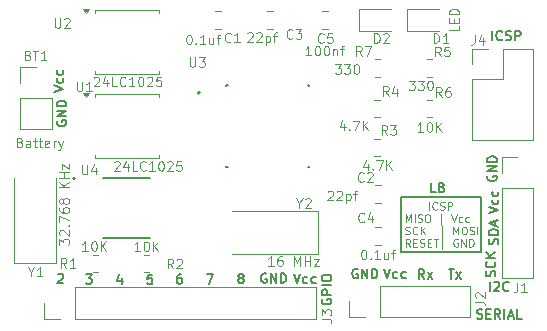
<source format=gto>
%TF.GenerationSoftware,KiCad,Pcbnew,8.0.1*%
%TF.CreationDate,2024-07-18T02:30:48+05:30*%
%TF.ProjectId,MCU_datalogger_PCB,4d43555f-6461-4746-916c-6f676765725f,1*%
%TF.SameCoordinates,Original*%
%TF.FileFunction,Legend,Top*%
%TF.FilePolarity,Positive*%
%FSLAX46Y46*%
G04 Gerber Fmt 4.6, Leading zero omitted, Abs format (unit mm)*
G04 Created by KiCad (PCBNEW 8.0.1) date 2024-07-18 02:30:48*
%MOMM*%
%LPD*%
G01*
G04 APERTURE LIST*
%ADD10C,0.150000*%
%ADD11C,0.100000*%
%ADD12C,0.200000*%
%ADD13C,0.120000*%
%ADD14C,0.127000*%
G04 APERTURE END LIST*
D10*
X142520000Y-96850000D02*
X149260000Y-96850000D01*
X149260000Y-101520000D01*
X142520000Y-101520000D01*
X142520000Y-96850000D01*
X113124295Y-87915125D02*
X113924295Y-87648458D01*
X113924295Y-87648458D02*
X113124295Y-87381792D01*
X113886200Y-86772268D02*
X113924295Y-86848459D01*
X113924295Y-86848459D02*
X113924295Y-87000840D01*
X113924295Y-87000840D02*
X113886200Y-87077030D01*
X113886200Y-87077030D02*
X113848104Y-87115125D01*
X113848104Y-87115125D02*
X113771914Y-87153221D01*
X113771914Y-87153221D02*
X113543342Y-87153221D01*
X113543342Y-87153221D02*
X113467152Y-87115125D01*
X113467152Y-87115125D02*
X113429057Y-87077030D01*
X113429057Y-87077030D02*
X113390961Y-87000840D01*
X113390961Y-87000840D02*
X113390961Y-86848459D01*
X113390961Y-86848459D02*
X113429057Y-86772268D01*
X113886200Y-86086554D02*
X113924295Y-86162745D01*
X113924295Y-86162745D02*
X113924295Y-86315126D01*
X113924295Y-86315126D02*
X113886200Y-86391316D01*
X113886200Y-86391316D02*
X113848104Y-86429411D01*
X113848104Y-86429411D02*
X113771914Y-86467507D01*
X113771914Y-86467507D02*
X113543342Y-86467507D01*
X113543342Y-86467507D02*
X113467152Y-86429411D01*
X113467152Y-86429411D02*
X113429057Y-86391316D01*
X113429057Y-86391316D02*
X113390961Y-86315126D01*
X113390961Y-86315126D02*
X113390961Y-86162745D01*
X113390961Y-86162745D02*
X113429057Y-86086554D01*
X113402390Y-90351792D02*
X113364295Y-90427982D01*
X113364295Y-90427982D02*
X113364295Y-90542268D01*
X113364295Y-90542268D02*
X113402390Y-90656554D01*
X113402390Y-90656554D02*
X113478580Y-90732744D01*
X113478580Y-90732744D02*
X113554771Y-90770839D01*
X113554771Y-90770839D02*
X113707152Y-90808935D01*
X113707152Y-90808935D02*
X113821438Y-90808935D01*
X113821438Y-90808935D02*
X113973819Y-90770839D01*
X113973819Y-90770839D02*
X114050009Y-90732744D01*
X114050009Y-90732744D02*
X114126200Y-90656554D01*
X114126200Y-90656554D02*
X114164295Y-90542268D01*
X114164295Y-90542268D02*
X114164295Y-90466077D01*
X114164295Y-90466077D02*
X114126200Y-90351792D01*
X114126200Y-90351792D02*
X114088104Y-90313696D01*
X114088104Y-90313696D02*
X113821438Y-90313696D01*
X113821438Y-90313696D02*
X113821438Y-90466077D01*
X114164295Y-89970839D02*
X113364295Y-89970839D01*
X113364295Y-89970839D02*
X114164295Y-89513696D01*
X114164295Y-89513696D02*
X113364295Y-89513696D01*
X114164295Y-89132744D02*
X113364295Y-89132744D01*
X113364295Y-89132744D02*
X113364295Y-88942268D01*
X113364295Y-88942268D02*
X113402390Y-88827982D01*
X113402390Y-88827982D02*
X113478580Y-88751792D01*
X113478580Y-88751792D02*
X113554771Y-88713697D01*
X113554771Y-88713697D02*
X113707152Y-88675601D01*
X113707152Y-88675601D02*
X113821438Y-88675601D01*
X113821438Y-88675601D02*
X113973819Y-88713697D01*
X113973819Y-88713697D02*
X114050009Y-88751792D01*
X114050009Y-88751792D02*
X114126200Y-88827982D01*
X114126200Y-88827982D02*
X114164295Y-88942268D01*
X114164295Y-88942268D02*
X114164295Y-89132744D01*
X131118207Y-103322390D02*
X131042017Y-103284295D01*
X131042017Y-103284295D02*
X130927731Y-103284295D01*
X130927731Y-103284295D02*
X130813445Y-103322390D01*
X130813445Y-103322390D02*
X130737255Y-103398580D01*
X130737255Y-103398580D02*
X130699160Y-103474771D01*
X130699160Y-103474771D02*
X130661064Y-103627152D01*
X130661064Y-103627152D02*
X130661064Y-103741438D01*
X130661064Y-103741438D02*
X130699160Y-103893819D01*
X130699160Y-103893819D02*
X130737255Y-103970009D01*
X130737255Y-103970009D02*
X130813445Y-104046200D01*
X130813445Y-104046200D02*
X130927731Y-104084295D01*
X130927731Y-104084295D02*
X131003922Y-104084295D01*
X131003922Y-104084295D02*
X131118207Y-104046200D01*
X131118207Y-104046200D02*
X131156303Y-104008104D01*
X131156303Y-104008104D02*
X131156303Y-103741438D01*
X131156303Y-103741438D02*
X131003922Y-103741438D01*
X131499160Y-104084295D02*
X131499160Y-103284295D01*
X131499160Y-103284295D02*
X131956303Y-104084295D01*
X131956303Y-104084295D02*
X131956303Y-103284295D01*
X132337255Y-104084295D02*
X132337255Y-103284295D01*
X132337255Y-103284295D02*
X132527731Y-103284295D01*
X132527731Y-103284295D02*
X132642017Y-103322390D01*
X132642017Y-103322390D02*
X132718207Y-103398580D01*
X132718207Y-103398580D02*
X132756302Y-103474771D01*
X132756302Y-103474771D02*
X132794398Y-103627152D01*
X132794398Y-103627152D02*
X132794398Y-103741438D01*
X132794398Y-103741438D02*
X132756302Y-103893819D01*
X132756302Y-103893819D02*
X132718207Y-103970009D01*
X132718207Y-103970009D02*
X132642017Y-104046200D01*
X132642017Y-104046200D02*
X132527731Y-104084295D01*
X132527731Y-104084295D02*
X132337255Y-104084295D01*
D11*
X144911502Y-97895860D02*
X144911502Y-97245860D01*
X145592455Y-97833955D02*
X145561503Y-97864908D01*
X145561503Y-97864908D02*
X145468645Y-97895860D01*
X145468645Y-97895860D02*
X145406741Y-97895860D01*
X145406741Y-97895860D02*
X145313884Y-97864908D01*
X145313884Y-97864908D02*
X145251979Y-97803003D01*
X145251979Y-97803003D02*
X145221026Y-97741098D01*
X145221026Y-97741098D02*
X145190074Y-97617288D01*
X145190074Y-97617288D02*
X145190074Y-97524431D01*
X145190074Y-97524431D02*
X145221026Y-97400622D01*
X145221026Y-97400622D02*
X145251979Y-97338717D01*
X145251979Y-97338717D02*
X145313884Y-97276812D01*
X145313884Y-97276812D02*
X145406741Y-97245860D01*
X145406741Y-97245860D02*
X145468645Y-97245860D01*
X145468645Y-97245860D02*
X145561503Y-97276812D01*
X145561503Y-97276812D02*
X145592455Y-97307765D01*
X145840074Y-97864908D02*
X145932931Y-97895860D01*
X145932931Y-97895860D02*
X146087693Y-97895860D01*
X146087693Y-97895860D02*
X146149598Y-97864908D01*
X146149598Y-97864908D02*
X146180550Y-97833955D01*
X146180550Y-97833955D02*
X146211503Y-97772050D01*
X146211503Y-97772050D02*
X146211503Y-97710146D01*
X146211503Y-97710146D02*
X146180550Y-97648241D01*
X146180550Y-97648241D02*
X146149598Y-97617288D01*
X146149598Y-97617288D02*
X146087693Y-97586336D01*
X146087693Y-97586336D02*
X145963884Y-97555384D01*
X145963884Y-97555384D02*
X145901979Y-97524431D01*
X145901979Y-97524431D02*
X145871026Y-97493479D01*
X145871026Y-97493479D02*
X145840074Y-97431574D01*
X145840074Y-97431574D02*
X145840074Y-97369669D01*
X145840074Y-97369669D02*
X145871026Y-97307765D01*
X145871026Y-97307765D02*
X145901979Y-97276812D01*
X145901979Y-97276812D02*
X145963884Y-97245860D01*
X145963884Y-97245860D02*
X146118645Y-97245860D01*
X146118645Y-97245860D02*
X146211503Y-97276812D01*
X146490074Y-97895860D02*
X146490074Y-97245860D01*
X146490074Y-97245860D02*
X146737693Y-97245860D01*
X146737693Y-97245860D02*
X146799598Y-97276812D01*
X146799598Y-97276812D02*
X146830551Y-97307765D01*
X146830551Y-97307765D02*
X146861503Y-97369669D01*
X146861503Y-97369669D02*
X146861503Y-97462527D01*
X146861503Y-97462527D02*
X146830551Y-97524431D01*
X146830551Y-97524431D02*
X146799598Y-97555384D01*
X146799598Y-97555384D02*
X146737693Y-97586336D01*
X146737693Y-97586336D02*
X146490074Y-97586336D01*
X142930550Y-98942324D02*
X142930550Y-98292324D01*
X142930550Y-98292324D02*
X143147217Y-98756610D01*
X143147217Y-98756610D02*
X143363884Y-98292324D01*
X143363884Y-98292324D02*
X143363884Y-98942324D01*
X143673407Y-98942324D02*
X143673407Y-98292324D01*
X143951979Y-98911372D02*
X144044836Y-98942324D01*
X144044836Y-98942324D02*
X144199598Y-98942324D01*
X144199598Y-98942324D02*
X144261503Y-98911372D01*
X144261503Y-98911372D02*
X144292455Y-98880419D01*
X144292455Y-98880419D02*
X144323408Y-98818514D01*
X144323408Y-98818514D02*
X144323408Y-98756610D01*
X144323408Y-98756610D02*
X144292455Y-98694705D01*
X144292455Y-98694705D02*
X144261503Y-98663752D01*
X144261503Y-98663752D02*
X144199598Y-98632800D01*
X144199598Y-98632800D02*
X144075789Y-98601848D01*
X144075789Y-98601848D02*
X144013884Y-98570895D01*
X144013884Y-98570895D02*
X143982931Y-98539943D01*
X143982931Y-98539943D02*
X143951979Y-98478038D01*
X143951979Y-98478038D02*
X143951979Y-98416133D01*
X143951979Y-98416133D02*
X143982931Y-98354229D01*
X143982931Y-98354229D02*
X144013884Y-98323276D01*
X144013884Y-98323276D02*
X144075789Y-98292324D01*
X144075789Y-98292324D02*
X144230550Y-98292324D01*
X144230550Y-98292324D02*
X144323408Y-98323276D01*
X144725789Y-98292324D02*
X144849598Y-98292324D01*
X144849598Y-98292324D02*
X144911503Y-98323276D01*
X144911503Y-98323276D02*
X144973408Y-98385181D01*
X144973408Y-98385181D02*
X145004360Y-98508991D01*
X145004360Y-98508991D02*
X145004360Y-98725657D01*
X145004360Y-98725657D02*
X144973408Y-98849467D01*
X144973408Y-98849467D02*
X144911503Y-98911372D01*
X144911503Y-98911372D02*
X144849598Y-98942324D01*
X144849598Y-98942324D02*
X144725789Y-98942324D01*
X144725789Y-98942324D02*
X144663884Y-98911372D01*
X144663884Y-98911372D02*
X144601979Y-98849467D01*
X144601979Y-98849467D02*
X144571027Y-98725657D01*
X144571027Y-98725657D02*
X144571027Y-98508991D01*
X144571027Y-98508991D02*
X144601979Y-98385181D01*
X144601979Y-98385181D02*
X144663884Y-98323276D01*
X144663884Y-98323276D02*
X144725789Y-98292324D01*
X145932931Y-99158991D02*
X145932931Y-98230419D01*
X146799598Y-98292324D02*
X147016265Y-98942324D01*
X147016265Y-98942324D02*
X147232932Y-98292324D01*
X147728170Y-98911372D02*
X147666265Y-98942324D01*
X147666265Y-98942324D02*
X147542456Y-98942324D01*
X147542456Y-98942324D02*
X147480551Y-98911372D01*
X147480551Y-98911372D02*
X147449598Y-98880419D01*
X147449598Y-98880419D02*
X147418646Y-98818514D01*
X147418646Y-98818514D02*
X147418646Y-98632800D01*
X147418646Y-98632800D02*
X147449598Y-98570895D01*
X147449598Y-98570895D02*
X147480551Y-98539943D01*
X147480551Y-98539943D02*
X147542456Y-98508991D01*
X147542456Y-98508991D02*
X147666265Y-98508991D01*
X147666265Y-98508991D02*
X147728170Y-98539943D01*
X148285313Y-98911372D02*
X148223408Y-98942324D01*
X148223408Y-98942324D02*
X148099599Y-98942324D01*
X148099599Y-98942324D02*
X148037694Y-98911372D01*
X148037694Y-98911372D02*
X148006741Y-98880419D01*
X148006741Y-98880419D02*
X147975789Y-98818514D01*
X147975789Y-98818514D02*
X147975789Y-98632800D01*
X147975789Y-98632800D02*
X148006741Y-98570895D01*
X148006741Y-98570895D02*
X148037694Y-98539943D01*
X148037694Y-98539943D02*
X148099599Y-98508991D01*
X148099599Y-98508991D02*
X148223408Y-98508991D01*
X148223408Y-98508991D02*
X148285313Y-98539943D01*
X142899598Y-99957836D02*
X142992455Y-99988788D01*
X142992455Y-99988788D02*
X143147217Y-99988788D01*
X143147217Y-99988788D02*
X143209122Y-99957836D01*
X143209122Y-99957836D02*
X143240074Y-99926883D01*
X143240074Y-99926883D02*
X143271027Y-99864978D01*
X143271027Y-99864978D02*
X143271027Y-99803074D01*
X143271027Y-99803074D02*
X143240074Y-99741169D01*
X143240074Y-99741169D02*
X143209122Y-99710216D01*
X143209122Y-99710216D02*
X143147217Y-99679264D01*
X143147217Y-99679264D02*
X143023408Y-99648312D01*
X143023408Y-99648312D02*
X142961503Y-99617359D01*
X142961503Y-99617359D02*
X142930550Y-99586407D01*
X142930550Y-99586407D02*
X142899598Y-99524502D01*
X142899598Y-99524502D02*
X142899598Y-99462597D01*
X142899598Y-99462597D02*
X142930550Y-99400693D01*
X142930550Y-99400693D02*
X142961503Y-99369740D01*
X142961503Y-99369740D02*
X143023408Y-99338788D01*
X143023408Y-99338788D02*
X143178169Y-99338788D01*
X143178169Y-99338788D02*
X143271027Y-99369740D01*
X143921027Y-99926883D02*
X143890075Y-99957836D01*
X143890075Y-99957836D02*
X143797217Y-99988788D01*
X143797217Y-99988788D02*
X143735313Y-99988788D01*
X143735313Y-99988788D02*
X143642456Y-99957836D01*
X143642456Y-99957836D02*
X143580551Y-99895931D01*
X143580551Y-99895931D02*
X143549598Y-99834026D01*
X143549598Y-99834026D02*
X143518646Y-99710216D01*
X143518646Y-99710216D02*
X143518646Y-99617359D01*
X143518646Y-99617359D02*
X143549598Y-99493550D01*
X143549598Y-99493550D02*
X143580551Y-99431645D01*
X143580551Y-99431645D02*
X143642456Y-99369740D01*
X143642456Y-99369740D02*
X143735313Y-99338788D01*
X143735313Y-99338788D02*
X143797217Y-99338788D01*
X143797217Y-99338788D02*
X143890075Y-99369740D01*
X143890075Y-99369740D02*
X143921027Y-99400693D01*
X144199598Y-99988788D02*
X144199598Y-99338788D01*
X144571027Y-99988788D02*
X144292456Y-99617359D01*
X144571027Y-99338788D02*
X144199598Y-99710216D01*
X145994836Y-100205455D02*
X145994836Y-99276883D01*
X146954360Y-99988788D02*
X146954360Y-99338788D01*
X146954360Y-99338788D02*
X147171027Y-99803074D01*
X147171027Y-99803074D02*
X147387694Y-99338788D01*
X147387694Y-99338788D02*
X147387694Y-99988788D01*
X147821027Y-99338788D02*
X147944836Y-99338788D01*
X147944836Y-99338788D02*
X148006741Y-99369740D01*
X148006741Y-99369740D02*
X148068646Y-99431645D01*
X148068646Y-99431645D02*
X148099598Y-99555455D01*
X148099598Y-99555455D02*
X148099598Y-99772121D01*
X148099598Y-99772121D02*
X148068646Y-99895931D01*
X148068646Y-99895931D02*
X148006741Y-99957836D01*
X148006741Y-99957836D02*
X147944836Y-99988788D01*
X147944836Y-99988788D02*
X147821027Y-99988788D01*
X147821027Y-99988788D02*
X147759122Y-99957836D01*
X147759122Y-99957836D02*
X147697217Y-99895931D01*
X147697217Y-99895931D02*
X147666265Y-99772121D01*
X147666265Y-99772121D02*
X147666265Y-99555455D01*
X147666265Y-99555455D02*
X147697217Y-99431645D01*
X147697217Y-99431645D02*
X147759122Y-99369740D01*
X147759122Y-99369740D02*
X147821027Y-99338788D01*
X148347217Y-99957836D02*
X148440074Y-99988788D01*
X148440074Y-99988788D02*
X148594836Y-99988788D01*
X148594836Y-99988788D02*
X148656741Y-99957836D01*
X148656741Y-99957836D02*
X148687693Y-99926883D01*
X148687693Y-99926883D02*
X148718646Y-99864978D01*
X148718646Y-99864978D02*
X148718646Y-99803074D01*
X148718646Y-99803074D02*
X148687693Y-99741169D01*
X148687693Y-99741169D02*
X148656741Y-99710216D01*
X148656741Y-99710216D02*
X148594836Y-99679264D01*
X148594836Y-99679264D02*
X148471027Y-99648312D01*
X148471027Y-99648312D02*
X148409122Y-99617359D01*
X148409122Y-99617359D02*
X148378169Y-99586407D01*
X148378169Y-99586407D02*
X148347217Y-99524502D01*
X148347217Y-99524502D02*
X148347217Y-99462597D01*
X148347217Y-99462597D02*
X148378169Y-99400693D01*
X148378169Y-99400693D02*
X148409122Y-99369740D01*
X148409122Y-99369740D02*
X148471027Y-99338788D01*
X148471027Y-99338788D02*
X148625788Y-99338788D01*
X148625788Y-99338788D02*
X148718646Y-99369740D01*
X148997217Y-99988788D02*
X148997217Y-99338788D01*
X143301979Y-101035252D02*
X143085312Y-100725728D01*
X142930550Y-101035252D02*
X142930550Y-100385252D01*
X142930550Y-100385252D02*
X143178169Y-100385252D01*
X143178169Y-100385252D02*
X143240074Y-100416204D01*
X143240074Y-100416204D02*
X143271027Y-100447157D01*
X143271027Y-100447157D02*
X143301979Y-100509061D01*
X143301979Y-100509061D02*
X143301979Y-100601919D01*
X143301979Y-100601919D02*
X143271027Y-100663823D01*
X143271027Y-100663823D02*
X143240074Y-100694776D01*
X143240074Y-100694776D02*
X143178169Y-100725728D01*
X143178169Y-100725728D02*
X142930550Y-100725728D01*
X143580550Y-100694776D02*
X143797217Y-100694776D01*
X143890074Y-101035252D02*
X143580550Y-101035252D01*
X143580550Y-101035252D02*
X143580550Y-100385252D01*
X143580550Y-100385252D02*
X143890074Y-100385252D01*
X144137693Y-101004300D02*
X144230550Y-101035252D01*
X144230550Y-101035252D02*
X144385312Y-101035252D01*
X144385312Y-101035252D02*
X144447217Y-101004300D01*
X144447217Y-101004300D02*
X144478169Y-100973347D01*
X144478169Y-100973347D02*
X144509122Y-100911442D01*
X144509122Y-100911442D02*
X144509122Y-100849538D01*
X144509122Y-100849538D02*
X144478169Y-100787633D01*
X144478169Y-100787633D02*
X144447217Y-100756680D01*
X144447217Y-100756680D02*
X144385312Y-100725728D01*
X144385312Y-100725728D02*
X144261503Y-100694776D01*
X144261503Y-100694776D02*
X144199598Y-100663823D01*
X144199598Y-100663823D02*
X144168645Y-100632871D01*
X144168645Y-100632871D02*
X144137693Y-100570966D01*
X144137693Y-100570966D02*
X144137693Y-100509061D01*
X144137693Y-100509061D02*
X144168645Y-100447157D01*
X144168645Y-100447157D02*
X144199598Y-100416204D01*
X144199598Y-100416204D02*
X144261503Y-100385252D01*
X144261503Y-100385252D02*
X144416264Y-100385252D01*
X144416264Y-100385252D02*
X144509122Y-100416204D01*
X144787693Y-100694776D02*
X145004360Y-100694776D01*
X145097217Y-101035252D02*
X144787693Y-101035252D01*
X144787693Y-101035252D02*
X144787693Y-100385252D01*
X144787693Y-100385252D02*
X145097217Y-100385252D01*
X145282931Y-100385252D02*
X145654360Y-100385252D01*
X145468646Y-101035252D02*
X145468646Y-100385252D01*
X146025788Y-101251919D02*
X146025788Y-100323347D01*
X147325789Y-100416204D02*
X147263884Y-100385252D01*
X147263884Y-100385252D02*
X147171027Y-100385252D01*
X147171027Y-100385252D02*
X147078170Y-100416204D01*
X147078170Y-100416204D02*
X147016265Y-100478109D01*
X147016265Y-100478109D02*
X146985312Y-100540014D01*
X146985312Y-100540014D02*
X146954360Y-100663823D01*
X146954360Y-100663823D02*
X146954360Y-100756680D01*
X146954360Y-100756680D02*
X146985312Y-100880490D01*
X146985312Y-100880490D02*
X147016265Y-100942395D01*
X147016265Y-100942395D02*
X147078170Y-101004300D01*
X147078170Y-101004300D02*
X147171027Y-101035252D01*
X147171027Y-101035252D02*
X147232931Y-101035252D01*
X147232931Y-101035252D02*
X147325789Y-101004300D01*
X147325789Y-101004300D02*
X147356741Y-100973347D01*
X147356741Y-100973347D02*
X147356741Y-100756680D01*
X147356741Y-100756680D02*
X147232931Y-100756680D01*
X147635312Y-101035252D02*
X147635312Y-100385252D01*
X147635312Y-100385252D02*
X148006741Y-101035252D01*
X148006741Y-101035252D02*
X148006741Y-100385252D01*
X148316264Y-101035252D02*
X148316264Y-100385252D01*
X148316264Y-100385252D02*
X148471026Y-100385252D01*
X148471026Y-100385252D02*
X148563883Y-100416204D01*
X148563883Y-100416204D02*
X148625788Y-100478109D01*
X148625788Y-100478109D02*
X148656741Y-100540014D01*
X148656741Y-100540014D02*
X148687693Y-100663823D01*
X148687693Y-100663823D02*
X148687693Y-100756680D01*
X148687693Y-100756680D02*
X148656741Y-100880490D01*
X148656741Y-100880490D02*
X148625788Y-100942395D01*
X148625788Y-100942395D02*
X148563883Y-101004300D01*
X148563883Y-101004300D02*
X148471026Y-101035252D01*
X148471026Y-101035252D02*
X148316264Y-101035252D01*
D10*
X150706200Y-100818935D02*
X150744295Y-100704649D01*
X150744295Y-100704649D02*
X150744295Y-100514173D01*
X150744295Y-100514173D02*
X150706200Y-100437982D01*
X150706200Y-100437982D02*
X150668104Y-100399887D01*
X150668104Y-100399887D02*
X150591914Y-100361792D01*
X150591914Y-100361792D02*
X150515723Y-100361792D01*
X150515723Y-100361792D02*
X150439533Y-100399887D01*
X150439533Y-100399887D02*
X150401438Y-100437982D01*
X150401438Y-100437982D02*
X150363342Y-100514173D01*
X150363342Y-100514173D02*
X150325247Y-100666554D01*
X150325247Y-100666554D02*
X150287152Y-100742744D01*
X150287152Y-100742744D02*
X150249057Y-100780839D01*
X150249057Y-100780839D02*
X150172866Y-100818935D01*
X150172866Y-100818935D02*
X150096676Y-100818935D01*
X150096676Y-100818935D02*
X150020485Y-100780839D01*
X150020485Y-100780839D02*
X149982390Y-100742744D01*
X149982390Y-100742744D02*
X149944295Y-100666554D01*
X149944295Y-100666554D02*
X149944295Y-100476077D01*
X149944295Y-100476077D02*
X149982390Y-100361792D01*
X150744295Y-100018934D02*
X149944295Y-100018934D01*
X149944295Y-100018934D02*
X149944295Y-99828458D01*
X149944295Y-99828458D02*
X149982390Y-99714172D01*
X149982390Y-99714172D02*
X150058580Y-99637982D01*
X150058580Y-99637982D02*
X150134771Y-99599887D01*
X150134771Y-99599887D02*
X150287152Y-99561791D01*
X150287152Y-99561791D02*
X150401438Y-99561791D01*
X150401438Y-99561791D02*
X150553819Y-99599887D01*
X150553819Y-99599887D02*
X150630009Y-99637982D01*
X150630009Y-99637982D02*
X150706200Y-99714172D01*
X150706200Y-99714172D02*
X150744295Y-99828458D01*
X150744295Y-99828458D02*
X150744295Y-100018934D01*
X150515723Y-99257030D02*
X150515723Y-98876077D01*
X150744295Y-99333220D02*
X149944295Y-99066553D01*
X149944295Y-99066553D02*
X150744295Y-98799887D01*
X113471064Y-103380485D02*
X113509160Y-103342390D01*
X113509160Y-103342390D02*
X113585350Y-103304295D01*
X113585350Y-103304295D02*
X113775826Y-103304295D01*
X113775826Y-103304295D02*
X113852017Y-103342390D01*
X113852017Y-103342390D02*
X113890112Y-103380485D01*
X113890112Y-103380485D02*
X113928207Y-103456676D01*
X113928207Y-103456676D02*
X113928207Y-103532866D01*
X113928207Y-103532866D02*
X113890112Y-103647152D01*
X113890112Y-103647152D02*
X113432969Y-104104295D01*
X113432969Y-104104295D02*
X113928207Y-104104295D01*
X144506303Y-103734295D02*
X144239636Y-103353342D01*
X144049160Y-103734295D02*
X144049160Y-102934295D01*
X144049160Y-102934295D02*
X144353922Y-102934295D01*
X144353922Y-102934295D02*
X144430112Y-102972390D01*
X144430112Y-102972390D02*
X144468207Y-103010485D01*
X144468207Y-103010485D02*
X144506303Y-103086676D01*
X144506303Y-103086676D02*
X144506303Y-103200961D01*
X144506303Y-103200961D02*
X144468207Y-103277152D01*
X144468207Y-103277152D02*
X144430112Y-103315247D01*
X144430112Y-103315247D02*
X144353922Y-103353342D01*
X144353922Y-103353342D02*
X144049160Y-103353342D01*
X144772969Y-103734295D02*
X145192017Y-103200961D01*
X144772969Y-103200961D02*
X145192017Y-103734295D01*
X133464874Y-103304295D02*
X133731541Y-104104295D01*
X133731541Y-104104295D02*
X133998207Y-103304295D01*
X134607731Y-104066200D02*
X134531540Y-104104295D01*
X134531540Y-104104295D02*
X134379159Y-104104295D01*
X134379159Y-104104295D02*
X134302969Y-104066200D01*
X134302969Y-104066200D02*
X134264874Y-104028104D01*
X134264874Y-104028104D02*
X134226778Y-103951914D01*
X134226778Y-103951914D02*
X134226778Y-103723342D01*
X134226778Y-103723342D02*
X134264874Y-103647152D01*
X134264874Y-103647152D02*
X134302969Y-103609057D01*
X134302969Y-103609057D02*
X134379159Y-103570961D01*
X134379159Y-103570961D02*
X134531540Y-103570961D01*
X134531540Y-103570961D02*
X134607731Y-103609057D01*
X135293445Y-104066200D02*
X135217254Y-104104295D01*
X135217254Y-104104295D02*
X135064873Y-104104295D01*
X135064873Y-104104295D02*
X134988683Y-104066200D01*
X134988683Y-104066200D02*
X134950588Y-104028104D01*
X134950588Y-104028104D02*
X134912492Y-103951914D01*
X134912492Y-103951914D02*
X134912492Y-103723342D01*
X134912492Y-103723342D02*
X134950588Y-103647152D01*
X134950588Y-103647152D02*
X134988683Y-103609057D01*
X134988683Y-103609057D02*
X135064873Y-103570961D01*
X135064873Y-103570961D02*
X135217254Y-103570961D01*
X135217254Y-103570961D02*
X135293445Y-103609057D01*
X150269160Y-83564295D02*
X150269160Y-82764295D01*
X151107255Y-83488104D02*
X151069159Y-83526200D01*
X151069159Y-83526200D02*
X150954874Y-83564295D01*
X150954874Y-83564295D02*
X150878683Y-83564295D01*
X150878683Y-83564295D02*
X150764397Y-83526200D01*
X150764397Y-83526200D02*
X150688207Y-83450009D01*
X150688207Y-83450009D02*
X150650112Y-83373819D01*
X150650112Y-83373819D02*
X150612016Y-83221438D01*
X150612016Y-83221438D02*
X150612016Y-83107152D01*
X150612016Y-83107152D02*
X150650112Y-82954771D01*
X150650112Y-82954771D02*
X150688207Y-82878580D01*
X150688207Y-82878580D02*
X150764397Y-82802390D01*
X150764397Y-82802390D02*
X150878683Y-82764295D01*
X150878683Y-82764295D02*
X150954874Y-82764295D01*
X150954874Y-82764295D02*
X151069159Y-82802390D01*
X151069159Y-82802390D02*
X151107255Y-82840485D01*
X151412016Y-83526200D02*
X151526302Y-83564295D01*
X151526302Y-83564295D02*
X151716778Y-83564295D01*
X151716778Y-83564295D02*
X151792969Y-83526200D01*
X151792969Y-83526200D02*
X151831064Y-83488104D01*
X151831064Y-83488104D02*
X151869159Y-83411914D01*
X151869159Y-83411914D02*
X151869159Y-83335723D01*
X151869159Y-83335723D02*
X151831064Y-83259533D01*
X151831064Y-83259533D02*
X151792969Y-83221438D01*
X151792969Y-83221438D02*
X151716778Y-83183342D01*
X151716778Y-83183342D02*
X151564397Y-83145247D01*
X151564397Y-83145247D02*
X151488207Y-83107152D01*
X151488207Y-83107152D02*
X151450112Y-83069057D01*
X151450112Y-83069057D02*
X151412016Y-82992866D01*
X151412016Y-82992866D02*
X151412016Y-82916676D01*
X151412016Y-82916676D02*
X151450112Y-82840485D01*
X151450112Y-82840485D02*
X151488207Y-82802390D01*
X151488207Y-82802390D02*
X151564397Y-82764295D01*
X151564397Y-82764295D02*
X151754874Y-82764295D01*
X151754874Y-82764295D02*
X151869159Y-82802390D01*
X152212017Y-83564295D02*
X152212017Y-82764295D01*
X152212017Y-82764295D02*
X152516779Y-82764295D01*
X152516779Y-82764295D02*
X152592969Y-82802390D01*
X152592969Y-82802390D02*
X152631064Y-82840485D01*
X152631064Y-82840485D02*
X152669160Y-82916676D01*
X152669160Y-82916676D02*
X152669160Y-83030961D01*
X152669160Y-83030961D02*
X152631064Y-83107152D01*
X152631064Y-83107152D02*
X152592969Y-83145247D01*
X152592969Y-83145247D02*
X152516779Y-83183342D01*
X152516779Y-83183342D02*
X152212017Y-83183342D01*
X150486200Y-103548935D02*
X150524295Y-103434649D01*
X150524295Y-103434649D02*
X150524295Y-103244173D01*
X150524295Y-103244173D02*
X150486200Y-103167982D01*
X150486200Y-103167982D02*
X150448104Y-103129887D01*
X150448104Y-103129887D02*
X150371914Y-103091792D01*
X150371914Y-103091792D02*
X150295723Y-103091792D01*
X150295723Y-103091792D02*
X150219533Y-103129887D01*
X150219533Y-103129887D02*
X150181438Y-103167982D01*
X150181438Y-103167982D02*
X150143342Y-103244173D01*
X150143342Y-103244173D02*
X150105247Y-103396554D01*
X150105247Y-103396554D02*
X150067152Y-103472744D01*
X150067152Y-103472744D02*
X150029057Y-103510839D01*
X150029057Y-103510839D02*
X149952866Y-103548935D01*
X149952866Y-103548935D02*
X149876676Y-103548935D01*
X149876676Y-103548935D02*
X149800485Y-103510839D01*
X149800485Y-103510839D02*
X149762390Y-103472744D01*
X149762390Y-103472744D02*
X149724295Y-103396554D01*
X149724295Y-103396554D02*
X149724295Y-103206077D01*
X149724295Y-103206077D02*
X149762390Y-103091792D01*
X150448104Y-102291791D02*
X150486200Y-102329887D01*
X150486200Y-102329887D02*
X150524295Y-102444172D01*
X150524295Y-102444172D02*
X150524295Y-102520363D01*
X150524295Y-102520363D02*
X150486200Y-102634649D01*
X150486200Y-102634649D02*
X150410009Y-102710839D01*
X150410009Y-102710839D02*
X150333819Y-102748934D01*
X150333819Y-102748934D02*
X150181438Y-102787030D01*
X150181438Y-102787030D02*
X150067152Y-102787030D01*
X150067152Y-102787030D02*
X149914771Y-102748934D01*
X149914771Y-102748934D02*
X149838580Y-102710839D01*
X149838580Y-102710839D02*
X149762390Y-102634649D01*
X149762390Y-102634649D02*
X149724295Y-102520363D01*
X149724295Y-102520363D02*
X149724295Y-102444172D01*
X149724295Y-102444172D02*
X149762390Y-102329887D01*
X149762390Y-102329887D02*
X149800485Y-102291791D01*
X150524295Y-101948934D02*
X149724295Y-101948934D01*
X150524295Y-101491791D02*
X150067152Y-101834649D01*
X149724295Y-101491791D02*
X150181438Y-101948934D01*
D12*
X145473006Y-96411695D02*
X145092054Y-96411695D01*
X145092054Y-96411695D02*
X145092054Y-95611695D01*
X146006339Y-95992647D02*
X146120625Y-96030742D01*
X146120625Y-96030742D02*
X146158720Y-96068838D01*
X146158720Y-96068838D02*
X146196816Y-96145028D01*
X146196816Y-96145028D02*
X146196816Y-96259314D01*
X146196816Y-96259314D02*
X146158720Y-96335504D01*
X146158720Y-96335504D02*
X146120625Y-96373600D01*
X146120625Y-96373600D02*
X146044435Y-96411695D01*
X146044435Y-96411695D02*
X145739673Y-96411695D01*
X145739673Y-96411695D02*
X145739673Y-95611695D01*
X145739673Y-95611695D02*
X146006339Y-95611695D01*
X146006339Y-95611695D02*
X146082530Y-95649790D01*
X146082530Y-95649790D02*
X146120625Y-95687885D01*
X146120625Y-95687885D02*
X146158720Y-95764076D01*
X146158720Y-95764076D02*
X146158720Y-95840266D01*
X146158720Y-95840266D02*
X146120625Y-95916457D01*
X146120625Y-95916457D02*
X146082530Y-95954552D01*
X146082530Y-95954552D02*
X146006339Y-95992647D01*
X146006339Y-95992647D02*
X145739673Y-95992647D01*
D10*
X138848207Y-102952390D02*
X138772017Y-102914295D01*
X138772017Y-102914295D02*
X138657731Y-102914295D01*
X138657731Y-102914295D02*
X138543445Y-102952390D01*
X138543445Y-102952390D02*
X138467255Y-103028580D01*
X138467255Y-103028580D02*
X138429160Y-103104771D01*
X138429160Y-103104771D02*
X138391064Y-103257152D01*
X138391064Y-103257152D02*
X138391064Y-103371438D01*
X138391064Y-103371438D02*
X138429160Y-103523819D01*
X138429160Y-103523819D02*
X138467255Y-103600009D01*
X138467255Y-103600009D02*
X138543445Y-103676200D01*
X138543445Y-103676200D02*
X138657731Y-103714295D01*
X138657731Y-103714295D02*
X138733922Y-103714295D01*
X138733922Y-103714295D02*
X138848207Y-103676200D01*
X138848207Y-103676200D02*
X138886303Y-103638104D01*
X138886303Y-103638104D02*
X138886303Y-103371438D01*
X138886303Y-103371438D02*
X138733922Y-103371438D01*
X139229160Y-103714295D02*
X139229160Y-102914295D01*
X139229160Y-102914295D02*
X139686303Y-103714295D01*
X139686303Y-103714295D02*
X139686303Y-102914295D01*
X140067255Y-103714295D02*
X140067255Y-102914295D01*
X140067255Y-102914295D02*
X140257731Y-102914295D01*
X140257731Y-102914295D02*
X140372017Y-102952390D01*
X140372017Y-102952390D02*
X140448207Y-103028580D01*
X140448207Y-103028580D02*
X140486302Y-103104771D01*
X140486302Y-103104771D02*
X140524398Y-103257152D01*
X140524398Y-103257152D02*
X140524398Y-103371438D01*
X140524398Y-103371438D02*
X140486302Y-103523819D01*
X140486302Y-103523819D02*
X140448207Y-103600009D01*
X140448207Y-103600009D02*
X140372017Y-103676200D01*
X140372017Y-103676200D02*
X140257731Y-103714295D01*
X140257731Y-103714295D02*
X140067255Y-103714295D01*
X126112969Y-103374295D02*
X126646303Y-103374295D01*
X126646303Y-103374295D02*
X126303445Y-104174295D01*
X121450112Y-103404295D02*
X121069160Y-103404295D01*
X121069160Y-103404295D02*
X121031064Y-103785247D01*
X121031064Y-103785247D02*
X121069160Y-103747152D01*
X121069160Y-103747152D02*
X121145350Y-103709057D01*
X121145350Y-103709057D02*
X121335826Y-103709057D01*
X121335826Y-103709057D02*
X121412017Y-103747152D01*
X121412017Y-103747152D02*
X121450112Y-103785247D01*
X121450112Y-103785247D02*
X121488207Y-103861438D01*
X121488207Y-103861438D02*
X121488207Y-104051914D01*
X121488207Y-104051914D02*
X121450112Y-104128104D01*
X121450112Y-104128104D02*
X121412017Y-104166200D01*
X121412017Y-104166200D02*
X121335826Y-104204295D01*
X121335826Y-104204295D02*
X121145350Y-104204295D01*
X121145350Y-104204295D02*
X121069160Y-104166200D01*
X121069160Y-104166200D02*
X121031064Y-104128104D01*
X146554874Y-102924295D02*
X147012017Y-102924295D01*
X146783445Y-103724295D02*
X146783445Y-102924295D01*
X147202493Y-103724295D02*
X147621541Y-103190961D01*
X147202493Y-103190961D02*
X147621541Y-103724295D01*
X148961064Y-107076200D02*
X149075350Y-107114295D01*
X149075350Y-107114295D02*
X149265826Y-107114295D01*
X149265826Y-107114295D02*
X149342017Y-107076200D01*
X149342017Y-107076200D02*
X149380112Y-107038104D01*
X149380112Y-107038104D02*
X149418207Y-106961914D01*
X149418207Y-106961914D02*
X149418207Y-106885723D01*
X149418207Y-106885723D02*
X149380112Y-106809533D01*
X149380112Y-106809533D02*
X149342017Y-106771438D01*
X149342017Y-106771438D02*
X149265826Y-106733342D01*
X149265826Y-106733342D02*
X149113445Y-106695247D01*
X149113445Y-106695247D02*
X149037255Y-106657152D01*
X149037255Y-106657152D02*
X148999160Y-106619057D01*
X148999160Y-106619057D02*
X148961064Y-106542866D01*
X148961064Y-106542866D02*
X148961064Y-106466676D01*
X148961064Y-106466676D02*
X148999160Y-106390485D01*
X148999160Y-106390485D02*
X149037255Y-106352390D01*
X149037255Y-106352390D02*
X149113445Y-106314295D01*
X149113445Y-106314295D02*
X149303922Y-106314295D01*
X149303922Y-106314295D02*
X149418207Y-106352390D01*
X149761065Y-106695247D02*
X150027731Y-106695247D01*
X150142017Y-107114295D02*
X149761065Y-107114295D01*
X149761065Y-107114295D02*
X149761065Y-106314295D01*
X149761065Y-106314295D02*
X150142017Y-106314295D01*
X150942018Y-107114295D02*
X150675351Y-106733342D01*
X150484875Y-107114295D02*
X150484875Y-106314295D01*
X150484875Y-106314295D02*
X150789637Y-106314295D01*
X150789637Y-106314295D02*
X150865827Y-106352390D01*
X150865827Y-106352390D02*
X150903922Y-106390485D01*
X150903922Y-106390485D02*
X150942018Y-106466676D01*
X150942018Y-106466676D02*
X150942018Y-106580961D01*
X150942018Y-106580961D02*
X150903922Y-106657152D01*
X150903922Y-106657152D02*
X150865827Y-106695247D01*
X150865827Y-106695247D02*
X150789637Y-106733342D01*
X150789637Y-106733342D02*
X150484875Y-106733342D01*
X151284875Y-107114295D02*
X151284875Y-106314295D01*
X151627731Y-106885723D02*
X152008684Y-106885723D01*
X151551541Y-107114295D02*
X151818208Y-106314295D01*
X151818208Y-106314295D02*
X152084874Y-107114295D01*
X152732493Y-107114295D02*
X152351541Y-107114295D01*
X152351541Y-107114295D02*
X152351541Y-106314295D01*
X150059160Y-104784295D02*
X150059160Y-103984295D01*
X150402016Y-104060485D02*
X150440112Y-104022390D01*
X150440112Y-104022390D02*
X150516302Y-103984295D01*
X150516302Y-103984295D02*
X150706778Y-103984295D01*
X150706778Y-103984295D02*
X150782969Y-104022390D01*
X150782969Y-104022390D02*
X150821064Y-104060485D01*
X150821064Y-104060485D02*
X150859159Y-104136676D01*
X150859159Y-104136676D02*
X150859159Y-104212866D01*
X150859159Y-104212866D02*
X150821064Y-104327152D01*
X150821064Y-104327152D02*
X150363921Y-104784295D01*
X150363921Y-104784295D02*
X150859159Y-104784295D01*
X151659160Y-104708104D02*
X151621064Y-104746200D01*
X151621064Y-104746200D02*
X151506779Y-104784295D01*
X151506779Y-104784295D02*
X151430588Y-104784295D01*
X151430588Y-104784295D02*
X151316302Y-104746200D01*
X151316302Y-104746200D02*
X151240112Y-104670009D01*
X151240112Y-104670009D02*
X151202017Y-104593819D01*
X151202017Y-104593819D02*
X151163921Y-104441438D01*
X151163921Y-104441438D02*
X151163921Y-104327152D01*
X151163921Y-104327152D02*
X151202017Y-104174771D01*
X151202017Y-104174771D02*
X151240112Y-104098580D01*
X151240112Y-104098580D02*
X151316302Y-104022390D01*
X151316302Y-104022390D02*
X151430588Y-103984295D01*
X151430588Y-103984295D02*
X151506779Y-103984295D01*
X151506779Y-103984295D02*
X151621064Y-104022390D01*
X151621064Y-104022390D02*
X151659160Y-104060485D01*
X149974295Y-98195125D02*
X150774295Y-97928458D01*
X150774295Y-97928458D02*
X149974295Y-97661792D01*
X150736200Y-97052268D02*
X150774295Y-97128459D01*
X150774295Y-97128459D02*
X150774295Y-97280840D01*
X150774295Y-97280840D02*
X150736200Y-97357030D01*
X150736200Y-97357030D02*
X150698104Y-97395125D01*
X150698104Y-97395125D02*
X150621914Y-97433221D01*
X150621914Y-97433221D02*
X150393342Y-97433221D01*
X150393342Y-97433221D02*
X150317152Y-97395125D01*
X150317152Y-97395125D02*
X150279057Y-97357030D01*
X150279057Y-97357030D02*
X150240961Y-97280840D01*
X150240961Y-97280840D02*
X150240961Y-97128459D01*
X150240961Y-97128459D02*
X150279057Y-97052268D01*
X150736200Y-96366554D02*
X150774295Y-96442745D01*
X150774295Y-96442745D02*
X150774295Y-96595126D01*
X150774295Y-96595126D02*
X150736200Y-96671316D01*
X150736200Y-96671316D02*
X150698104Y-96709411D01*
X150698104Y-96709411D02*
X150621914Y-96747507D01*
X150621914Y-96747507D02*
X150393342Y-96747507D01*
X150393342Y-96747507D02*
X150317152Y-96709411D01*
X150317152Y-96709411D02*
X150279057Y-96671316D01*
X150279057Y-96671316D02*
X150240961Y-96595126D01*
X150240961Y-96595126D02*
X150240961Y-96442745D01*
X150240961Y-96442745D02*
X150279057Y-96366554D01*
X123922017Y-103374295D02*
X123769636Y-103374295D01*
X123769636Y-103374295D02*
X123693445Y-103412390D01*
X123693445Y-103412390D02*
X123655350Y-103450485D01*
X123655350Y-103450485D02*
X123579160Y-103564771D01*
X123579160Y-103564771D02*
X123541064Y-103717152D01*
X123541064Y-103717152D02*
X123541064Y-104021914D01*
X123541064Y-104021914D02*
X123579160Y-104098104D01*
X123579160Y-104098104D02*
X123617255Y-104136200D01*
X123617255Y-104136200D02*
X123693445Y-104174295D01*
X123693445Y-104174295D02*
X123845826Y-104174295D01*
X123845826Y-104174295D02*
X123922017Y-104136200D01*
X123922017Y-104136200D02*
X123960112Y-104098104D01*
X123960112Y-104098104D02*
X123998207Y-104021914D01*
X123998207Y-104021914D02*
X123998207Y-103831438D01*
X123998207Y-103831438D02*
X123960112Y-103755247D01*
X123960112Y-103755247D02*
X123922017Y-103717152D01*
X123922017Y-103717152D02*
X123845826Y-103679057D01*
X123845826Y-103679057D02*
X123693445Y-103679057D01*
X123693445Y-103679057D02*
X123617255Y-103717152D01*
X123617255Y-103717152D02*
X123579160Y-103755247D01*
X123579160Y-103755247D02*
X123541064Y-103831438D01*
X135862390Y-105461792D02*
X135824295Y-105537982D01*
X135824295Y-105537982D02*
X135824295Y-105652268D01*
X135824295Y-105652268D02*
X135862390Y-105766554D01*
X135862390Y-105766554D02*
X135938580Y-105842744D01*
X135938580Y-105842744D02*
X136014771Y-105880839D01*
X136014771Y-105880839D02*
X136167152Y-105918935D01*
X136167152Y-105918935D02*
X136281438Y-105918935D01*
X136281438Y-105918935D02*
X136433819Y-105880839D01*
X136433819Y-105880839D02*
X136510009Y-105842744D01*
X136510009Y-105842744D02*
X136586200Y-105766554D01*
X136586200Y-105766554D02*
X136624295Y-105652268D01*
X136624295Y-105652268D02*
X136624295Y-105576077D01*
X136624295Y-105576077D02*
X136586200Y-105461792D01*
X136586200Y-105461792D02*
X136548104Y-105423696D01*
X136548104Y-105423696D02*
X136281438Y-105423696D01*
X136281438Y-105423696D02*
X136281438Y-105576077D01*
X136624295Y-105080839D02*
X135824295Y-105080839D01*
X135824295Y-105080839D02*
X135824295Y-104776077D01*
X135824295Y-104776077D02*
X135862390Y-104699887D01*
X135862390Y-104699887D02*
X135900485Y-104661792D01*
X135900485Y-104661792D02*
X135976676Y-104623696D01*
X135976676Y-104623696D02*
X136090961Y-104623696D01*
X136090961Y-104623696D02*
X136167152Y-104661792D01*
X136167152Y-104661792D02*
X136205247Y-104699887D01*
X136205247Y-104699887D02*
X136243342Y-104776077D01*
X136243342Y-104776077D02*
X136243342Y-105080839D01*
X136624295Y-104280839D02*
X135824295Y-104280839D01*
X135824295Y-103747506D02*
X135824295Y-103595125D01*
X135824295Y-103595125D02*
X135862390Y-103518935D01*
X135862390Y-103518935D02*
X135938580Y-103442744D01*
X135938580Y-103442744D02*
X136090961Y-103404649D01*
X136090961Y-103404649D02*
X136357628Y-103404649D01*
X136357628Y-103404649D02*
X136510009Y-103442744D01*
X136510009Y-103442744D02*
X136586200Y-103518935D01*
X136586200Y-103518935D02*
X136624295Y-103595125D01*
X136624295Y-103595125D02*
X136624295Y-103747506D01*
X136624295Y-103747506D02*
X136586200Y-103823697D01*
X136586200Y-103823697D02*
X136510009Y-103899887D01*
X136510009Y-103899887D02*
X136357628Y-103937983D01*
X136357628Y-103937983D02*
X136090961Y-103937983D01*
X136090961Y-103937983D02*
X135938580Y-103899887D01*
X135938580Y-103899887D02*
X135862390Y-103823697D01*
X135862390Y-103823697D02*
X135824295Y-103747506D01*
X118882017Y-103650961D02*
X118882017Y-104184295D01*
X118691541Y-103346200D02*
X118501064Y-103917628D01*
X118501064Y-103917628D02*
X118996303Y-103917628D01*
X149872390Y-95041792D02*
X149834295Y-95117982D01*
X149834295Y-95117982D02*
X149834295Y-95232268D01*
X149834295Y-95232268D02*
X149872390Y-95346554D01*
X149872390Y-95346554D02*
X149948580Y-95422744D01*
X149948580Y-95422744D02*
X150024771Y-95460839D01*
X150024771Y-95460839D02*
X150177152Y-95498935D01*
X150177152Y-95498935D02*
X150291438Y-95498935D01*
X150291438Y-95498935D02*
X150443819Y-95460839D01*
X150443819Y-95460839D02*
X150520009Y-95422744D01*
X150520009Y-95422744D02*
X150596200Y-95346554D01*
X150596200Y-95346554D02*
X150634295Y-95232268D01*
X150634295Y-95232268D02*
X150634295Y-95156077D01*
X150634295Y-95156077D02*
X150596200Y-95041792D01*
X150596200Y-95041792D02*
X150558104Y-95003696D01*
X150558104Y-95003696D02*
X150291438Y-95003696D01*
X150291438Y-95003696D02*
X150291438Y-95156077D01*
X150634295Y-94660839D02*
X149834295Y-94660839D01*
X149834295Y-94660839D02*
X150634295Y-94203696D01*
X150634295Y-94203696D02*
X149834295Y-94203696D01*
X150634295Y-93822744D02*
X149834295Y-93822744D01*
X149834295Y-93822744D02*
X149834295Y-93632268D01*
X149834295Y-93632268D02*
X149872390Y-93517982D01*
X149872390Y-93517982D02*
X149948580Y-93441792D01*
X149948580Y-93441792D02*
X150024771Y-93403697D01*
X150024771Y-93403697D02*
X150177152Y-93365601D01*
X150177152Y-93365601D02*
X150291438Y-93365601D01*
X150291438Y-93365601D02*
X150443819Y-93403697D01*
X150443819Y-93403697D02*
X150520009Y-93441792D01*
X150520009Y-93441792D02*
X150596200Y-93517982D01*
X150596200Y-93517982D02*
X150634295Y-93632268D01*
X150634295Y-93632268D02*
X150634295Y-93822744D01*
X115852969Y-103384295D02*
X116348207Y-103384295D01*
X116348207Y-103384295D02*
X116081541Y-103689057D01*
X116081541Y-103689057D02*
X116195826Y-103689057D01*
X116195826Y-103689057D02*
X116272017Y-103727152D01*
X116272017Y-103727152D02*
X116310112Y-103765247D01*
X116310112Y-103765247D02*
X116348207Y-103841438D01*
X116348207Y-103841438D02*
X116348207Y-104031914D01*
X116348207Y-104031914D02*
X116310112Y-104108104D01*
X116310112Y-104108104D02*
X116272017Y-104146200D01*
X116272017Y-104146200D02*
X116195826Y-104184295D01*
X116195826Y-104184295D02*
X115967255Y-104184295D01*
X115967255Y-104184295D02*
X115891064Y-104146200D01*
X115891064Y-104146200D02*
X115852969Y-104108104D01*
X141084874Y-102894295D02*
X141351541Y-103694295D01*
X141351541Y-103694295D02*
X141618207Y-102894295D01*
X142227731Y-103656200D02*
X142151540Y-103694295D01*
X142151540Y-103694295D02*
X141999159Y-103694295D01*
X141999159Y-103694295D02*
X141922969Y-103656200D01*
X141922969Y-103656200D02*
X141884874Y-103618104D01*
X141884874Y-103618104D02*
X141846778Y-103541914D01*
X141846778Y-103541914D02*
X141846778Y-103313342D01*
X141846778Y-103313342D02*
X141884874Y-103237152D01*
X141884874Y-103237152D02*
X141922969Y-103199057D01*
X141922969Y-103199057D02*
X141999159Y-103160961D01*
X141999159Y-103160961D02*
X142151540Y-103160961D01*
X142151540Y-103160961D02*
X142227731Y-103199057D01*
X142913445Y-103656200D02*
X142837254Y-103694295D01*
X142837254Y-103694295D02*
X142684873Y-103694295D01*
X142684873Y-103694295D02*
X142608683Y-103656200D01*
X142608683Y-103656200D02*
X142570588Y-103618104D01*
X142570588Y-103618104D02*
X142532492Y-103541914D01*
X142532492Y-103541914D02*
X142532492Y-103313342D01*
X142532492Y-103313342D02*
X142570588Y-103237152D01*
X142570588Y-103237152D02*
X142608683Y-103199057D01*
X142608683Y-103199057D02*
X142684873Y-103160961D01*
X142684873Y-103160961D02*
X142837254Y-103160961D01*
X142837254Y-103160961D02*
X142913445Y-103199057D01*
X128893445Y-103667152D02*
X128817255Y-103629057D01*
X128817255Y-103629057D02*
X128779160Y-103590961D01*
X128779160Y-103590961D02*
X128741064Y-103514771D01*
X128741064Y-103514771D02*
X128741064Y-103476676D01*
X128741064Y-103476676D02*
X128779160Y-103400485D01*
X128779160Y-103400485D02*
X128817255Y-103362390D01*
X128817255Y-103362390D02*
X128893445Y-103324295D01*
X128893445Y-103324295D02*
X129045826Y-103324295D01*
X129045826Y-103324295D02*
X129122017Y-103362390D01*
X129122017Y-103362390D02*
X129160112Y-103400485D01*
X129160112Y-103400485D02*
X129198207Y-103476676D01*
X129198207Y-103476676D02*
X129198207Y-103514771D01*
X129198207Y-103514771D02*
X129160112Y-103590961D01*
X129160112Y-103590961D02*
X129122017Y-103629057D01*
X129122017Y-103629057D02*
X129045826Y-103667152D01*
X129045826Y-103667152D02*
X128893445Y-103667152D01*
X128893445Y-103667152D02*
X128817255Y-103705247D01*
X128817255Y-103705247D02*
X128779160Y-103743342D01*
X128779160Y-103743342D02*
X128741064Y-103819533D01*
X128741064Y-103819533D02*
X128741064Y-103971914D01*
X128741064Y-103971914D02*
X128779160Y-104048104D01*
X128779160Y-104048104D02*
X128817255Y-104086200D01*
X128817255Y-104086200D02*
X128893445Y-104124295D01*
X128893445Y-104124295D02*
X129045826Y-104124295D01*
X129045826Y-104124295D02*
X129122017Y-104086200D01*
X129122017Y-104086200D02*
X129160112Y-104048104D01*
X129160112Y-104048104D02*
X129198207Y-103971914D01*
X129198207Y-103971914D02*
X129198207Y-103819533D01*
X129198207Y-103819533D02*
X129160112Y-103743342D01*
X129160112Y-103743342D02*
X129122017Y-103705247D01*
X129122017Y-103705247D02*
X129045826Y-103667152D01*
D11*
X113230476Y-81704895D02*
X113230476Y-82352514D01*
X113230476Y-82352514D02*
X113268571Y-82428704D01*
X113268571Y-82428704D02*
X113306666Y-82466800D01*
X113306666Y-82466800D02*
X113382857Y-82504895D01*
X113382857Y-82504895D02*
X113535238Y-82504895D01*
X113535238Y-82504895D02*
X113611428Y-82466800D01*
X113611428Y-82466800D02*
X113649523Y-82428704D01*
X113649523Y-82428704D02*
X113687619Y-82352514D01*
X113687619Y-82352514D02*
X113687619Y-81704895D01*
X114030475Y-81781085D02*
X114068571Y-81742990D01*
X114068571Y-81742990D02*
X114144761Y-81704895D01*
X114144761Y-81704895D02*
X114335237Y-81704895D01*
X114335237Y-81704895D02*
X114411428Y-81742990D01*
X114411428Y-81742990D02*
X114449523Y-81781085D01*
X114449523Y-81781085D02*
X114487618Y-81857276D01*
X114487618Y-81857276D02*
X114487618Y-81933466D01*
X114487618Y-81933466D02*
X114449523Y-82047752D01*
X114449523Y-82047752D02*
X113992380Y-82504895D01*
X113992380Y-82504895D02*
X114487618Y-82504895D01*
X116532856Y-86721085D02*
X116570952Y-86682990D01*
X116570952Y-86682990D02*
X116647142Y-86644895D01*
X116647142Y-86644895D02*
X116837618Y-86644895D01*
X116837618Y-86644895D02*
X116913809Y-86682990D01*
X116913809Y-86682990D02*
X116951904Y-86721085D01*
X116951904Y-86721085D02*
X116989999Y-86797276D01*
X116989999Y-86797276D02*
X116989999Y-86873466D01*
X116989999Y-86873466D02*
X116951904Y-86987752D01*
X116951904Y-86987752D02*
X116494761Y-87444895D01*
X116494761Y-87444895D02*
X116989999Y-87444895D01*
X117675714Y-86911561D02*
X117675714Y-87444895D01*
X117485238Y-86606800D02*
X117294761Y-87178228D01*
X117294761Y-87178228D02*
X117790000Y-87178228D01*
X118475714Y-87444895D02*
X118094762Y-87444895D01*
X118094762Y-87444895D02*
X118094762Y-86644895D01*
X119199524Y-87368704D02*
X119161428Y-87406800D01*
X119161428Y-87406800D02*
X119047143Y-87444895D01*
X119047143Y-87444895D02*
X118970952Y-87444895D01*
X118970952Y-87444895D02*
X118856666Y-87406800D01*
X118856666Y-87406800D02*
X118780476Y-87330609D01*
X118780476Y-87330609D02*
X118742381Y-87254419D01*
X118742381Y-87254419D02*
X118704285Y-87102038D01*
X118704285Y-87102038D02*
X118704285Y-86987752D01*
X118704285Y-86987752D02*
X118742381Y-86835371D01*
X118742381Y-86835371D02*
X118780476Y-86759180D01*
X118780476Y-86759180D02*
X118856666Y-86682990D01*
X118856666Y-86682990D02*
X118970952Y-86644895D01*
X118970952Y-86644895D02*
X119047143Y-86644895D01*
X119047143Y-86644895D02*
X119161428Y-86682990D01*
X119161428Y-86682990D02*
X119199524Y-86721085D01*
X119961428Y-87444895D02*
X119504285Y-87444895D01*
X119732857Y-87444895D02*
X119732857Y-86644895D01*
X119732857Y-86644895D02*
X119656666Y-86759180D01*
X119656666Y-86759180D02*
X119580476Y-86835371D01*
X119580476Y-86835371D02*
X119504285Y-86873466D01*
X120456667Y-86644895D02*
X120532857Y-86644895D01*
X120532857Y-86644895D02*
X120609048Y-86682990D01*
X120609048Y-86682990D02*
X120647143Y-86721085D01*
X120647143Y-86721085D02*
X120685238Y-86797276D01*
X120685238Y-86797276D02*
X120723333Y-86949657D01*
X120723333Y-86949657D02*
X120723333Y-87140133D01*
X120723333Y-87140133D02*
X120685238Y-87292514D01*
X120685238Y-87292514D02*
X120647143Y-87368704D01*
X120647143Y-87368704D02*
X120609048Y-87406800D01*
X120609048Y-87406800D02*
X120532857Y-87444895D01*
X120532857Y-87444895D02*
X120456667Y-87444895D01*
X120456667Y-87444895D02*
X120380476Y-87406800D01*
X120380476Y-87406800D02*
X120342381Y-87368704D01*
X120342381Y-87368704D02*
X120304286Y-87292514D01*
X120304286Y-87292514D02*
X120266190Y-87140133D01*
X120266190Y-87140133D02*
X120266190Y-86949657D01*
X120266190Y-86949657D02*
X120304286Y-86797276D01*
X120304286Y-86797276D02*
X120342381Y-86721085D01*
X120342381Y-86721085D02*
X120380476Y-86682990D01*
X120380476Y-86682990D02*
X120456667Y-86644895D01*
X121028095Y-86721085D02*
X121066191Y-86682990D01*
X121066191Y-86682990D02*
X121142381Y-86644895D01*
X121142381Y-86644895D02*
X121332857Y-86644895D01*
X121332857Y-86644895D02*
X121409048Y-86682990D01*
X121409048Y-86682990D02*
X121447143Y-86721085D01*
X121447143Y-86721085D02*
X121485238Y-86797276D01*
X121485238Y-86797276D02*
X121485238Y-86873466D01*
X121485238Y-86873466D02*
X121447143Y-86987752D01*
X121447143Y-86987752D02*
X120990000Y-87444895D01*
X120990000Y-87444895D02*
X121485238Y-87444895D01*
X122209048Y-86644895D02*
X121828096Y-86644895D01*
X121828096Y-86644895D02*
X121790000Y-87025847D01*
X121790000Y-87025847D02*
X121828096Y-86987752D01*
X121828096Y-86987752D02*
X121904286Y-86949657D01*
X121904286Y-86949657D02*
X122094762Y-86949657D01*
X122094762Y-86949657D02*
X122170953Y-86987752D01*
X122170953Y-86987752D02*
X122209048Y-87025847D01*
X122209048Y-87025847D02*
X122247143Y-87102038D01*
X122247143Y-87102038D02*
X122247143Y-87292514D01*
X122247143Y-87292514D02*
X122209048Y-87368704D01*
X122209048Y-87368704D02*
X122170953Y-87406800D01*
X122170953Y-87406800D02*
X122094762Y-87444895D01*
X122094762Y-87444895D02*
X121904286Y-87444895D01*
X121904286Y-87444895D02*
X121828096Y-87406800D01*
X121828096Y-87406800D02*
X121790000Y-87368704D01*
X124650476Y-84994895D02*
X124650476Y-85642514D01*
X124650476Y-85642514D02*
X124688571Y-85718704D01*
X124688571Y-85718704D02*
X124726666Y-85756800D01*
X124726666Y-85756800D02*
X124802857Y-85794895D01*
X124802857Y-85794895D02*
X124955238Y-85794895D01*
X124955238Y-85794895D02*
X125031428Y-85756800D01*
X125031428Y-85756800D02*
X125069523Y-85718704D01*
X125069523Y-85718704D02*
X125107619Y-85642514D01*
X125107619Y-85642514D02*
X125107619Y-84994895D01*
X125412380Y-84994895D02*
X125907618Y-84994895D01*
X125907618Y-84994895D02*
X125640952Y-85299657D01*
X125640952Y-85299657D02*
X125755237Y-85299657D01*
X125755237Y-85299657D02*
X125831428Y-85337752D01*
X125831428Y-85337752D02*
X125869523Y-85375847D01*
X125869523Y-85375847D02*
X125907618Y-85452038D01*
X125907618Y-85452038D02*
X125907618Y-85642514D01*
X125907618Y-85642514D02*
X125869523Y-85718704D01*
X125869523Y-85718704D02*
X125831428Y-85756800D01*
X125831428Y-85756800D02*
X125755237Y-85794895D01*
X125755237Y-85794895D02*
X125526666Y-85794895D01*
X125526666Y-85794895D02*
X125450475Y-85756800D01*
X125450475Y-85756800D02*
X125412380Y-85718704D01*
X115070476Y-87054895D02*
X115070476Y-87702514D01*
X115070476Y-87702514D02*
X115108571Y-87778704D01*
X115108571Y-87778704D02*
X115146666Y-87816800D01*
X115146666Y-87816800D02*
X115222857Y-87854895D01*
X115222857Y-87854895D02*
X115375238Y-87854895D01*
X115375238Y-87854895D02*
X115451428Y-87816800D01*
X115451428Y-87816800D02*
X115489523Y-87778704D01*
X115489523Y-87778704D02*
X115527619Y-87702514D01*
X115527619Y-87702514D02*
X115527619Y-87054895D01*
X116327618Y-87854895D02*
X115870475Y-87854895D01*
X116099047Y-87854895D02*
X116099047Y-87054895D01*
X116099047Y-87054895D02*
X116022856Y-87169180D01*
X116022856Y-87169180D02*
X115946666Y-87245371D01*
X115946666Y-87245371D02*
X115870475Y-87283466D01*
X118252856Y-93861085D02*
X118290952Y-93822990D01*
X118290952Y-93822990D02*
X118367142Y-93784895D01*
X118367142Y-93784895D02*
X118557618Y-93784895D01*
X118557618Y-93784895D02*
X118633809Y-93822990D01*
X118633809Y-93822990D02*
X118671904Y-93861085D01*
X118671904Y-93861085D02*
X118709999Y-93937276D01*
X118709999Y-93937276D02*
X118709999Y-94013466D01*
X118709999Y-94013466D02*
X118671904Y-94127752D01*
X118671904Y-94127752D02*
X118214761Y-94584895D01*
X118214761Y-94584895D02*
X118709999Y-94584895D01*
X119395714Y-94051561D02*
X119395714Y-94584895D01*
X119205238Y-93746800D02*
X119014761Y-94318228D01*
X119014761Y-94318228D02*
X119510000Y-94318228D01*
X120195714Y-94584895D02*
X119814762Y-94584895D01*
X119814762Y-94584895D02*
X119814762Y-93784895D01*
X120919524Y-94508704D02*
X120881428Y-94546800D01*
X120881428Y-94546800D02*
X120767143Y-94584895D01*
X120767143Y-94584895D02*
X120690952Y-94584895D01*
X120690952Y-94584895D02*
X120576666Y-94546800D01*
X120576666Y-94546800D02*
X120500476Y-94470609D01*
X120500476Y-94470609D02*
X120462381Y-94394419D01*
X120462381Y-94394419D02*
X120424285Y-94242038D01*
X120424285Y-94242038D02*
X120424285Y-94127752D01*
X120424285Y-94127752D02*
X120462381Y-93975371D01*
X120462381Y-93975371D02*
X120500476Y-93899180D01*
X120500476Y-93899180D02*
X120576666Y-93822990D01*
X120576666Y-93822990D02*
X120690952Y-93784895D01*
X120690952Y-93784895D02*
X120767143Y-93784895D01*
X120767143Y-93784895D02*
X120881428Y-93822990D01*
X120881428Y-93822990D02*
X120919524Y-93861085D01*
X121681428Y-94584895D02*
X121224285Y-94584895D01*
X121452857Y-94584895D02*
X121452857Y-93784895D01*
X121452857Y-93784895D02*
X121376666Y-93899180D01*
X121376666Y-93899180D02*
X121300476Y-93975371D01*
X121300476Y-93975371D02*
X121224285Y-94013466D01*
X122176667Y-93784895D02*
X122252857Y-93784895D01*
X122252857Y-93784895D02*
X122329048Y-93822990D01*
X122329048Y-93822990D02*
X122367143Y-93861085D01*
X122367143Y-93861085D02*
X122405238Y-93937276D01*
X122405238Y-93937276D02*
X122443333Y-94089657D01*
X122443333Y-94089657D02*
X122443333Y-94280133D01*
X122443333Y-94280133D02*
X122405238Y-94432514D01*
X122405238Y-94432514D02*
X122367143Y-94508704D01*
X122367143Y-94508704D02*
X122329048Y-94546800D01*
X122329048Y-94546800D02*
X122252857Y-94584895D01*
X122252857Y-94584895D02*
X122176667Y-94584895D01*
X122176667Y-94584895D02*
X122100476Y-94546800D01*
X122100476Y-94546800D02*
X122062381Y-94508704D01*
X122062381Y-94508704D02*
X122024286Y-94432514D01*
X122024286Y-94432514D02*
X121986190Y-94280133D01*
X121986190Y-94280133D02*
X121986190Y-94089657D01*
X121986190Y-94089657D02*
X122024286Y-93937276D01*
X122024286Y-93937276D02*
X122062381Y-93861085D01*
X122062381Y-93861085D02*
X122100476Y-93822990D01*
X122100476Y-93822990D02*
X122176667Y-93784895D01*
X122748095Y-93861085D02*
X122786191Y-93822990D01*
X122786191Y-93822990D02*
X122862381Y-93784895D01*
X122862381Y-93784895D02*
X123052857Y-93784895D01*
X123052857Y-93784895D02*
X123129048Y-93822990D01*
X123129048Y-93822990D02*
X123167143Y-93861085D01*
X123167143Y-93861085D02*
X123205238Y-93937276D01*
X123205238Y-93937276D02*
X123205238Y-94013466D01*
X123205238Y-94013466D02*
X123167143Y-94127752D01*
X123167143Y-94127752D02*
X122710000Y-94584895D01*
X122710000Y-94584895D02*
X123205238Y-94584895D01*
X123929048Y-93784895D02*
X123548096Y-93784895D01*
X123548096Y-93784895D02*
X123510000Y-94165847D01*
X123510000Y-94165847D02*
X123548096Y-94127752D01*
X123548096Y-94127752D02*
X123624286Y-94089657D01*
X123624286Y-94089657D02*
X123814762Y-94089657D01*
X123814762Y-94089657D02*
X123890953Y-94127752D01*
X123890953Y-94127752D02*
X123929048Y-94165847D01*
X123929048Y-94165847D02*
X123967143Y-94242038D01*
X123967143Y-94242038D02*
X123967143Y-94432514D01*
X123967143Y-94432514D02*
X123929048Y-94508704D01*
X123929048Y-94508704D02*
X123890953Y-94546800D01*
X123890953Y-94546800D02*
X123814762Y-94584895D01*
X123814762Y-94584895D02*
X123624286Y-94584895D01*
X123624286Y-94584895D02*
X123548096Y-94546800D01*
X123548096Y-94546800D02*
X123510000Y-94508704D01*
X115520476Y-94104895D02*
X115520476Y-94752514D01*
X115520476Y-94752514D02*
X115558571Y-94828704D01*
X115558571Y-94828704D02*
X115596666Y-94866800D01*
X115596666Y-94866800D02*
X115672857Y-94904895D01*
X115672857Y-94904895D02*
X115825238Y-94904895D01*
X115825238Y-94904895D02*
X115901428Y-94866800D01*
X115901428Y-94866800D02*
X115939523Y-94828704D01*
X115939523Y-94828704D02*
X115977619Y-94752514D01*
X115977619Y-94752514D02*
X115977619Y-94104895D01*
X116701428Y-94371561D02*
X116701428Y-94904895D01*
X116510952Y-94066800D02*
X116320475Y-94638228D01*
X116320475Y-94638228D02*
X116815714Y-94638228D01*
X148804895Y-105676666D02*
X149376323Y-105676666D01*
X149376323Y-105676666D02*
X149490609Y-105714761D01*
X149490609Y-105714761D02*
X149566800Y-105790952D01*
X149566800Y-105790952D02*
X149604895Y-105905237D01*
X149604895Y-105905237D02*
X149604895Y-105981428D01*
X148881085Y-105333809D02*
X148842990Y-105295713D01*
X148842990Y-105295713D02*
X148804895Y-105219523D01*
X148804895Y-105219523D02*
X148804895Y-105029047D01*
X148804895Y-105029047D02*
X148842990Y-104952856D01*
X148842990Y-104952856D02*
X148881085Y-104914761D01*
X148881085Y-104914761D02*
X148957276Y-104876666D01*
X148957276Y-104876666D02*
X149033466Y-104876666D01*
X149033466Y-104876666D02*
X149147752Y-104914761D01*
X149147752Y-104914761D02*
X149604895Y-105371904D01*
X149604895Y-105371904D02*
X149604895Y-104876666D01*
X140259524Y-83774895D02*
X140259524Y-82974895D01*
X140259524Y-82974895D02*
X140450000Y-82974895D01*
X140450000Y-82974895D02*
X140564286Y-83012990D01*
X140564286Y-83012990D02*
X140640476Y-83089180D01*
X140640476Y-83089180D02*
X140678571Y-83165371D01*
X140678571Y-83165371D02*
X140716667Y-83317752D01*
X140716667Y-83317752D02*
X140716667Y-83432038D01*
X140716667Y-83432038D02*
X140678571Y-83584419D01*
X140678571Y-83584419D02*
X140640476Y-83660609D01*
X140640476Y-83660609D02*
X140564286Y-83736800D01*
X140564286Y-83736800D02*
X140450000Y-83774895D01*
X140450000Y-83774895D02*
X140259524Y-83774895D01*
X141021428Y-83051085D02*
X141059524Y-83012990D01*
X141059524Y-83012990D02*
X141135714Y-82974895D01*
X141135714Y-82974895D02*
X141326190Y-82974895D01*
X141326190Y-82974895D02*
X141402381Y-83012990D01*
X141402381Y-83012990D02*
X141440476Y-83051085D01*
X141440476Y-83051085D02*
X141478571Y-83127276D01*
X141478571Y-83127276D02*
X141478571Y-83203466D01*
X141478571Y-83203466D02*
X141440476Y-83317752D01*
X141440476Y-83317752D02*
X140983333Y-83774895D01*
X140983333Y-83774895D02*
X141478571Y-83774895D01*
X114206667Y-102804895D02*
X113940000Y-102423942D01*
X113749524Y-102804895D02*
X113749524Y-102004895D01*
X113749524Y-102004895D02*
X114054286Y-102004895D01*
X114054286Y-102004895D02*
X114130476Y-102042990D01*
X114130476Y-102042990D02*
X114168571Y-102081085D01*
X114168571Y-102081085D02*
X114206667Y-102157276D01*
X114206667Y-102157276D02*
X114206667Y-102271561D01*
X114206667Y-102271561D02*
X114168571Y-102347752D01*
X114168571Y-102347752D02*
X114130476Y-102385847D01*
X114130476Y-102385847D02*
X114054286Y-102423942D01*
X114054286Y-102423942D02*
X113749524Y-102423942D01*
X114968571Y-102804895D02*
X114511428Y-102804895D01*
X114740000Y-102804895D02*
X114740000Y-102004895D01*
X114740000Y-102004895D02*
X114663809Y-102119180D01*
X114663809Y-102119180D02*
X114587619Y-102195371D01*
X114587619Y-102195371D02*
X114511428Y-102233466D01*
X116017618Y-101384895D02*
X115560475Y-101384895D01*
X115789047Y-101384895D02*
X115789047Y-100584895D01*
X115789047Y-100584895D02*
X115712856Y-100699180D01*
X115712856Y-100699180D02*
X115636666Y-100775371D01*
X115636666Y-100775371D02*
X115560475Y-100813466D01*
X116512857Y-100584895D02*
X116589047Y-100584895D01*
X116589047Y-100584895D02*
X116665238Y-100622990D01*
X116665238Y-100622990D02*
X116703333Y-100661085D01*
X116703333Y-100661085D02*
X116741428Y-100737276D01*
X116741428Y-100737276D02*
X116779523Y-100889657D01*
X116779523Y-100889657D02*
X116779523Y-101080133D01*
X116779523Y-101080133D02*
X116741428Y-101232514D01*
X116741428Y-101232514D02*
X116703333Y-101308704D01*
X116703333Y-101308704D02*
X116665238Y-101346800D01*
X116665238Y-101346800D02*
X116589047Y-101384895D01*
X116589047Y-101384895D02*
X116512857Y-101384895D01*
X116512857Y-101384895D02*
X116436666Y-101346800D01*
X116436666Y-101346800D02*
X116398571Y-101308704D01*
X116398571Y-101308704D02*
X116360476Y-101232514D01*
X116360476Y-101232514D02*
X116322380Y-101080133D01*
X116322380Y-101080133D02*
X116322380Y-100889657D01*
X116322380Y-100889657D02*
X116360476Y-100737276D01*
X116360476Y-100737276D02*
X116398571Y-100661085D01*
X116398571Y-100661085D02*
X116436666Y-100622990D01*
X116436666Y-100622990D02*
X116512857Y-100584895D01*
X117122381Y-101384895D02*
X117122381Y-100584895D01*
X117579524Y-101384895D02*
X117236666Y-100927752D01*
X117579524Y-100584895D02*
X117122381Y-101042038D01*
X133336667Y-83338704D02*
X133298571Y-83376800D01*
X133298571Y-83376800D02*
X133184286Y-83414895D01*
X133184286Y-83414895D02*
X133108095Y-83414895D01*
X133108095Y-83414895D02*
X132993809Y-83376800D01*
X132993809Y-83376800D02*
X132917619Y-83300609D01*
X132917619Y-83300609D02*
X132879524Y-83224419D01*
X132879524Y-83224419D02*
X132841428Y-83072038D01*
X132841428Y-83072038D02*
X132841428Y-82957752D01*
X132841428Y-82957752D02*
X132879524Y-82805371D01*
X132879524Y-82805371D02*
X132917619Y-82729180D01*
X132917619Y-82729180D02*
X132993809Y-82652990D01*
X132993809Y-82652990D02*
X133108095Y-82614895D01*
X133108095Y-82614895D02*
X133184286Y-82614895D01*
X133184286Y-82614895D02*
X133298571Y-82652990D01*
X133298571Y-82652990D02*
X133336667Y-82691085D01*
X133603333Y-82614895D02*
X134098571Y-82614895D01*
X134098571Y-82614895D02*
X133831905Y-82919657D01*
X133831905Y-82919657D02*
X133946190Y-82919657D01*
X133946190Y-82919657D02*
X134022381Y-82957752D01*
X134022381Y-82957752D02*
X134060476Y-82995847D01*
X134060476Y-82995847D02*
X134098571Y-83072038D01*
X134098571Y-83072038D02*
X134098571Y-83262514D01*
X134098571Y-83262514D02*
X134060476Y-83338704D01*
X134060476Y-83338704D02*
X134022381Y-83376800D01*
X134022381Y-83376800D02*
X133946190Y-83414895D01*
X133946190Y-83414895D02*
X133717619Y-83414895D01*
X133717619Y-83414895D02*
X133641428Y-83376800D01*
X133641428Y-83376800D02*
X133603333Y-83338704D01*
X129519999Y-82971085D02*
X129558095Y-82932990D01*
X129558095Y-82932990D02*
X129634285Y-82894895D01*
X129634285Y-82894895D02*
X129824761Y-82894895D01*
X129824761Y-82894895D02*
X129900952Y-82932990D01*
X129900952Y-82932990D02*
X129939047Y-82971085D01*
X129939047Y-82971085D02*
X129977142Y-83047276D01*
X129977142Y-83047276D02*
X129977142Y-83123466D01*
X129977142Y-83123466D02*
X129939047Y-83237752D01*
X129939047Y-83237752D02*
X129481904Y-83694895D01*
X129481904Y-83694895D02*
X129977142Y-83694895D01*
X130281904Y-82971085D02*
X130320000Y-82932990D01*
X130320000Y-82932990D02*
X130396190Y-82894895D01*
X130396190Y-82894895D02*
X130586666Y-82894895D01*
X130586666Y-82894895D02*
X130662857Y-82932990D01*
X130662857Y-82932990D02*
X130700952Y-82971085D01*
X130700952Y-82971085D02*
X130739047Y-83047276D01*
X130739047Y-83047276D02*
X130739047Y-83123466D01*
X130739047Y-83123466D02*
X130700952Y-83237752D01*
X130700952Y-83237752D02*
X130243809Y-83694895D01*
X130243809Y-83694895D02*
X130739047Y-83694895D01*
X131081905Y-83161561D02*
X131081905Y-83961561D01*
X131081905Y-83199657D02*
X131158095Y-83161561D01*
X131158095Y-83161561D02*
X131310476Y-83161561D01*
X131310476Y-83161561D02*
X131386667Y-83199657D01*
X131386667Y-83199657D02*
X131424762Y-83237752D01*
X131424762Y-83237752D02*
X131462857Y-83313942D01*
X131462857Y-83313942D02*
X131462857Y-83542514D01*
X131462857Y-83542514D02*
X131424762Y-83618704D01*
X131424762Y-83618704D02*
X131386667Y-83656800D01*
X131386667Y-83656800D02*
X131310476Y-83694895D01*
X131310476Y-83694895D02*
X131158095Y-83694895D01*
X131158095Y-83694895D02*
X131081905Y-83656800D01*
X131691429Y-83161561D02*
X131996191Y-83161561D01*
X131805715Y-83694895D02*
X131805715Y-83009180D01*
X131805715Y-83009180D02*
X131843810Y-82932990D01*
X131843810Y-82932990D02*
X131920000Y-82894895D01*
X131920000Y-82894895D02*
X131996191Y-82894895D01*
X145966667Y-88334895D02*
X145700000Y-87953942D01*
X145509524Y-88334895D02*
X145509524Y-87534895D01*
X145509524Y-87534895D02*
X145814286Y-87534895D01*
X145814286Y-87534895D02*
X145890476Y-87572990D01*
X145890476Y-87572990D02*
X145928571Y-87611085D01*
X145928571Y-87611085D02*
X145966667Y-87687276D01*
X145966667Y-87687276D02*
X145966667Y-87801561D01*
X145966667Y-87801561D02*
X145928571Y-87877752D01*
X145928571Y-87877752D02*
X145890476Y-87915847D01*
X145890476Y-87915847D02*
X145814286Y-87953942D01*
X145814286Y-87953942D02*
X145509524Y-87953942D01*
X146652381Y-87534895D02*
X146500000Y-87534895D01*
X146500000Y-87534895D02*
X146423809Y-87572990D01*
X146423809Y-87572990D02*
X146385714Y-87611085D01*
X146385714Y-87611085D02*
X146309524Y-87725371D01*
X146309524Y-87725371D02*
X146271428Y-87877752D01*
X146271428Y-87877752D02*
X146271428Y-88182514D01*
X146271428Y-88182514D02*
X146309524Y-88258704D01*
X146309524Y-88258704D02*
X146347619Y-88296800D01*
X146347619Y-88296800D02*
X146423809Y-88334895D01*
X146423809Y-88334895D02*
X146576190Y-88334895D01*
X146576190Y-88334895D02*
X146652381Y-88296800D01*
X146652381Y-88296800D02*
X146690476Y-88258704D01*
X146690476Y-88258704D02*
X146728571Y-88182514D01*
X146728571Y-88182514D02*
X146728571Y-87992038D01*
X146728571Y-87992038D02*
X146690476Y-87915847D01*
X146690476Y-87915847D02*
X146652381Y-87877752D01*
X146652381Y-87877752D02*
X146576190Y-87839657D01*
X146576190Y-87839657D02*
X146423809Y-87839657D01*
X146423809Y-87839657D02*
X146347619Y-87877752D01*
X146347619Y-87877752D02*
X146309524Y-87915847D01*
X146309524Y-87915847D02*
X146271428Y-87992038D01*
X144397618Y-91294895D02*
X143940475Y-91294895D01*
X144169047Y-91294895D02*
X144169047Y-90494895D01*
X144169047Y-90494895D02*
X144092856Y-90609180D01*
X144092856Y-90609180D02*
X144016666Y-90685371D01*
X144016666Y-90685371D02*
X143940475Y-90723466D01*
X144892857Y-90494895D02*
X144969047Y-90494895D01*
X144969047Y-90494895D02*
X145045238Y-90532990D01*
X145045238Y-90532990D02*
X145083333Y-90571085D01*
X145083333Y-90571085D02*
X145121428Y-90647276D01*
X145121428Y-90647276D02*
X145159523Y-90799657D01*
X145159523Y-90799657D02*
X145159523Y-90990133D01*
X145159523Y-90990133D02*
X145121428Y-91142514D01*
X145121428Y-91142514D02*
X145083333Y-91218704D01*
X145083333Y-91218704D02*
X145045238Y-91256800D01*
X145045238Y-91256800D02*
X144969047Y-91294895D01*
X144969047Y-91294895D02*
X144892857Y-91294895D01*
X144892857Y-91294895D02*
X144816666Y-91256800D01*
X144816666Y-91256800D02*
X144778571Y-91218704D01*
X144778571Y-91218704D02*
X144740476Y-91142514D01*
X144740476Y-91142514D02*
X144702380Y-90990133D01*
X144702380Y-90990133D02*
X144702380Y-90799657D01*
X144702380Y-90799657D02*
X144740476Y-90647276D01*
X144740476Y-90647276D02*
X144778571Y-90571085D01*
X144778571Y-90571085D02*
X144816666Y-90532990D01*
X144816666Y-90532990D02*
X144892857Y-90494895D01*
X145502381Y-91294895D02*
X145502381Y-90494895D01*
X145959524Y-91294895D02*
X145616666Y-90837752D01*
X145959524Y-90494895D02*
X145502381Y-90952038D01*
X152383333Y-104084895D02*
X152383333Y-104656323D01*
X152383333Y-104656323D02*
X152345238Y-104770609D01*
X152345238Y-104770609D02*
X152269047Y-104846800D01*
X152269047Y-104846800D02*
X152154762Y-104884895D01*
X152154762Y-104884895D02*
X152078571Y-104884895D01*
X153183333Y-104884895D02*
X152726190Y-104884895D01*
X152954762Y-104884895D02*
X152954762Y-104084895D01*
X152954762Y-104084895D02*
X152878571Y-104199180D01*
X152878571Y-104199180D02*
X152802381Y-104275371D01*
X152802381Y-104275371D02*
X152726190Y-104313466D01*
X135814895Y-107146666D02*
X136386323Y-107146666D01*
X136386323Y-107146666D02*
X136500609Y-107184761D01*
X136500609Y-107184761D02*
X136576800Y-107260952D01*
X136576800Y-107260952D02*
X136614895Y-107375237D01*
X136614895Y-107375237D02*
X136614895Y-107451428D01*
X135814895Y-106841904D02*
X135814895Y-106346666D01*
X135814895Y-106346666D02*
X136119657Y-106613332D01*
X136119657Y-106613332D02*
X136119657Y-106499047D01*
X136119657Y-106499047D02*
X136157752Y-106422856D01*
X136157752Y-106422856D02*
X136195847Y-106384761D01*
X136195847Y-106384761D02*
X136272038Y-106346666D01*
X136272038Y-106346666D02*
X136462514Y-106346666D01*
X136462514Y-106346666D02*
X136538704Y-106384761D01*
X136538704Y-106384761D02*
X136576800Y-106422856D01*
X136576800Y-106422856D02*
X136614895Y-106499047D01*
X136614895Y-106499047D02*
X136614895Y-106727618D01*
X136614895Y-106727618D02*
X136576800Y-106803809D01*
X136576800Y-106803809D02*
X136538704Y-106841904D01*
X123236667Y-102864895D02*
X122970000Y-102483942D01*
X122779524Y-102864895D02*
X122779524Y-102064895D01*
X122779524Y-102064895D02*
X123084286Y-102064895D01*
X123084286Y-102064895D02*
X123160476Y-102102990D01*
X123160476Y-102102990D02*
X123198571Y-102141085D01*
X123198571Y-102141085D02*
X123236667Y-102217276D01*
X123236667Y-102217276D02*
X123236667Y-102331561D01*
X123236667Y-102331561D02*
X123198571Y-102407752D01*
X123198571Y-102407752D02*
X123160476Y-102445847D01*
X123160476Y-102445847D02*
X123084286Y-102483942D01*
X123084286Y-102483942D02*
X122779524Y-102483942D01*
X123541428Y-102141085D02*
X123579524Y-102102990D01*
X123579524Y-102102990D02*
X123655714Y-102064895D01*
X123655714Y-102064895D02*
X123846190Y-102064895D01*
X123846190Y-102064895D02*
X123922381Y-102102990D01*
X123922381Y-102102990D02*
X123960476Y-102141085D01*
X123960476Y-102141085D02*
X123998571Y-102217276D01*
X123998571Y-102217276D02*
X123998571Y-102293466D01*
X123998571Y-102293466D02*
X123960476Y-102407752D01*
X123960476Y-102407752D02*
X123503333Y-102864895D01*
X123503333Y-102864895D02*
X123998571Y-102864895D01*
X120427618Y-101394895D02*
X119970475Y-101394895D01*
X120199047Y-101394895D02*
X120199047Y-100594895D01*
X120199047Y-100594895D02*
X120122856Y-100709180D01*
X120122856Y-100709180D02*
X120046666Y-100785371D01*
X120046666Y-100785371D02*
X119970475Y-100823466D01*
X120922857Y-100594895D02*
X120999047Y-100594895D01*
X120999047Y-100594895D02*
X121075238Y-100632990D01*
X121075238Y-100632990D02*
X121113333Y-100671085D01*
X121113333Y-100671085D02*
X121151428Y-100747276D01*
X121151428Y-100747276D02*
X121189523Y-100899657D01*
X121189523Y-100899657D02*
X121189523Y-101090133D01*
X121189523Y-101090133D02*
X121151428Y-101242514D01*
X121151428Y-101242514D02*
X121113333Y-101318704D01*
X121113333Y-101318704D02*
X121075238Y-101356800D01*
X121075238Y-101356800D02*
X120999047Y-101394895D01*
X120999047Y-101394895D02*
X120922857Y-101394895D01*
X120922857Y-101394895D02*
X120846666Y-101356800D01*
X120846666Y-101356800D02*
X120808571Y-101318704D01*
X120808571Y-101318704D02*
X120770476Y-101242514D01*
X120770476Y-101242514D02*
X120732380Y-101090133D01*
X120732380Y-101090133D02*
X120732380Y-100899657D01*
X120732380Y-100899657D02*
X120770476Y-100747276D01*
X120770476Y-100747276D02*
X120808571Y-100671085D01*
X120808571Y-100671085D02*
X120846666Y-100632990D01*
X120846666Y-100632990D02*
X120922857Y-100594895D01*
X121532381Y-101394895D02*
X121532381Y-100594895D01*
X121989524Y-101394895D02*
X121646666Y-100937752D01*
X121989524Y-100594895D02*
X121532381Y-101052038D01*
X110931428Y-84805847D02*
X111045714Y-84843942D01*
X111045714Y-84843942D02*
X111083809Y-84882038D01*
X111083809Y-84882038D02*
X111121905Y-84958228D01*
X111121905Y-84958228D02*
X111121905Y-85072514D01*
X111121905Y-85072514D02*
X111083809Y-85148704D01*
X111083809Y-85148704D02*
X111045714Y-85186800D01*
X111045714Y-85186800D02*
X110969524Y-85224895D01*
X110969524Y-85224895D02*
X110664762Y-85224895D01*
X110664762Y-85224895D02*
X110664762Y-84424895D01*
X110664762Y-84424895D02*
X110931428Y-84424895D01*
X110931428Y-84424895D02*
X111007619Y-84462990D01*
X111007619Y-84462990D02*
X111045714Y-84501085D01*
X111045714Y-84501085D02*
X111083809Y-84577276D01*
X111083809Y-84577276D02*
X111083809Y-84653466D01*
X111083809Y-84653466D02*
X111045714Y-84729657D01*
X111045714Y-84729657D02*
X111007619Y-84767752D01*
X111007619Y-84767752D02*
X110931428Y-84805847D01*
X110931428Y-84805847D02*
X110664762Y-84805847D01*
X111350476Y-84424895D02*
X111807619Y-84424895D01*
X111579047Y-85224895D02*
X111579047Y-84424895D01*
X112493333Y-85224895D02*
X112036190Y-85224895D01*
X112264762Y-85224895D02*
X112264762Y-84424895D01*
X112264762Y-84424895D02*
X112188571Y-84539180D01*
X112188571Y-84539180D02*
X112112381Y-84615371D01*
X112112381Y-84615371D02*
X112036190Y-84653466D01*
X110252856Y-92195847D02*
X110367142Y-92233942D01*
X110367142Y-92233942D02*
X110405237Y-92272038D01*
X110405237Y-92272038D02*
X110443333Y-92348228D01*
X110443333Y-92348228D02*
X110443333Y-92462514D01*
X110443333Y-92462514D02*
X110405237Y-92538704D01*
X110405237Y-92538704D02*
X110367142Y-92576800D01*
X110367142Y-92576800D02*
X110290952Y-92614895D01*
X110290952Y-92614895D02*
X109986190Y-92614895D01*
X109986190Y-92614895D02*
X109986190Y-91814895D01*
X109986190Y-91814895D02*
X110252856Y-91814895D01*
X110252856Y-91814895D02*
X110329047Y-91852990D01*
X110329047Y-91852990D02*
X110367142Y-91891085D01*
X110367142Y-91891085D02*
X110405237Y-91967276D01*
X110405237Y-91967276D02*
X110405237Y-92043466D01*
X110405237Y-92043466D02*
X110367142Y-92119657D01*
X110367142Y-92119657D02*
X110329047Y-92157752D01*
X110329047Y-92157752D02*
X110252856Y-92195847D01*
X110252856Y-92195847D02*
X109986190Y-92195847D01*
X111129047Y-92614895D02*
X111129047Y-92195847D01*
X111129047Y-92195847D02*
X111090952Y-92119657D01*
X111090952Y-92119657D02*
X111014761Y-92081561D01*
X111014761Y-92081561D02*
X110862380Y-92081561D01*
X110862380Y-92081561D02*
X110786190Y-92119657D01*
X111129047Y-92576800D02*
X111052856Y-92614895D01*
X111052856Y-92614895D02*
X110862380Y-92614895D01*
X110862380Y-92614895D02*
X110786190Y-92576800D01*
X110786190Y-92576800D02*
X110748094Y-92500609D01*
X110748094Y-92500609D02*
X110748094Y-92424419D01*
X110748094Y-92424419D02*
X110786190Y-92348228D01*
X110786190Y-92348228D02*
X110862380Y-92310133D01*
X110862380Y-92310133D02*
X111052856Y-92310133D01*
X111052856Y-92310133D02*
X111129047Y-92272038D01*
X111395714Y-92081561D02*
X111700476Y-92081561D01*
X111510000Y-91814895D02*
X111510000Y-92500609D01*
X111510000Y-92500609D02*
X111548095Y-92576800D01*
X111548095Y-92576800D02*
X111624285Y-92614895D01*
X111624285Y-92614895D02*
X111700476Y-92614895D01*
X111852857Y-92081561D02*
X112157619Y-92081561D01*
X111967143Y-91814895D02*
X111967143Y-92500609D01*
X111967143Y-92500609D02*
X112005238Y-92576800D01*
X112005238Y-92576800D02*
X112081428Y-92614895D01*
X112081428Y-92614895D02*
X112157619Y-92614895D01*
X112729048Y-92576800D02*
X112652857Y-92614895D01*
X112652857Y-92614895D02*
X112500476Y-92614895D01*
X112500476Y-92614895D02*
X112424286Y-92576800D01*
X112424286Y-92576800D02*
X112386190Y-92500609D01*
X112386190Y-92500609D02*
X112386190Y-92195847D01*
X112386190Y-92195847D02*
X112424286Y-92119657D01*
X112424286Y-92119657D02*
X112500476Y-92081561D01*
X112500476Y-92081561D02*
X112652857Y-92081561D01*
X112652857Y-92081561D02*
X112729048Y-92119657D01*
X112729048Y-92119657D02*
X112767143Y-92195847D01*
X112767143Y-92195847D02*
X112767143Y-92272038D01*
X112767143Y-92272038D02*
X112386190Y-92348228D01*
X113110000Y-92614895D02*
X113110000Y-92081561D01*
X113110000Y-92233942D02*
X113148095Y-92157752D01*
X113148095Y-92157752D02*
X113186190Y-92119657D01*
X113186190Y-92119657D02*
X113262381Y-92081561D01*
X113262381Y-92081561D02*
X113338571Y-92081561D01*
X113529047Y-92081561D02*
X113719523Y-92614895D01*
X113910000Y-92081561D02*
X113719523Y-92614895D01*
X113719523Y-92614895D02*
X113643333Y-92805371D01*
X113643333Y-92805371D02*
X113605238Y-92843466D01*
X113605238Y-92843466D02*
X113529047Y-92881561D01*
X139216667Y-84844895D02*
X138950000Y-84463942D01*
X138759524Y-84844895D02*
X138759524Y-84044895D01*
X138759524Y-84044895D02*
X139064286Y-84044895D01*
X139064286Y-84044895D02*
X139140476Y-84082990D01*
X139140476Y-84082990D02*
X139178571Y-84121085D01*
X139178571Y-84121085D02*
X139216667Y-84197276D01*
X139216667Y-84197276D02*
X139216667Y-84311561D01*
X139216667Y-84311561D02*
X139178571Y-84387752D01*
X139178571Y-84387752D02*
X139140476Y-84425847D01*
X139140476Y-84425847D02*
X139064286Y-84463942D01*
X139064286Y-84463942D02*
X138759524Y-84463942D01*
X139483333Y-84044895D02*
X140016667Y-84044895D01*
X140016667Y-84044895D02*
X139673809Y-84844895D01*
X136951428Y-85584895D02*
X137446666Y-85584895D01*
X137446666Y-85584895D02*
X137180000Y-85889657D01*
X137180000Y-85889657D02*
X137294285Y-85889657D01*
X137294285Y-85889657D02*
X137370476Y-85927752D01*
X137370476Y-85927752D02*
X137408571Y-85965847D01*
X137408571Y-85965847D02*
X137446666Y-86042038D01*
X137446666Y-86042038D02*
X137446666Y-86232514D01*
X137446666Y-86232514D02*
X137408571Y-86308704D01*
X137408571Y-86308704D02*
X137370476Y-86346800D01*
X137370476Y-86346800D02*
X137294285Y-86384895D01*
X137294285Y-86384895D02*
X137065714Y-86384895D01*
X137065714Y-86384895D02*
X136989523Y-86346800D01*
X136989523Y-86346800D02*
X136951428Y-86308704D01*
X137713333Y-85584895D02*
X138208571Y-85584895D01*
X138208571Y-85584895D02*
X137941905Y-85889657D01*
X137941905Y-85889657D02*
X138056190Y-85889657D01*
X138056190Y-85889657D02*
X138132381Y-85927752D01*
X138132381Y-85927752D02*
X138170476Y-85965847D01*
X138170476Y-85965847D02*
X138208571Y-86042038D01*
X138208571Y-86042038D02*
X138208571Y-86232514D01*
X138208571Y-86232514D02*
X138170476Y-86308704D01*
X138170476Y-86308704D02*
X138132381Y-86346800D01*
X138132381Y-86346800D02*
X138056190Y-86384895D01*
X138056190Y-86384895D02*
X137827619Y-86384895D01*
X137827619Y-86384895D02*
X137751428Y-86346800D01*
X137751428Y-86346800D02*
X137713333Y-86308704D01*
X138703810Y-85584895D02*
X138780000Y-85584895D01*
X138780000Y-85584895D02*
X138856191Y-85622990D01*
X138856191Y-85622990D02*
X138894286Y-85661085D01*
X138894286Y-85661085D02*
X138932381Y-85737276D01*
X138932381Y-85737276D02*
X138970476Y-85889657D01*
X138970476Y-85889657D02*
X138970476Y-86080133D01*
X138970476Y-86080133D02*
X138932381Y-86232514D01*
X138932381Y-86232514D02*
X138894286Y-86308704D01*
X138894286Y-86308704D02*
X138856191Y-86346800D01*
X138856191Y-86346800D02*
X138780000Y-86384895D01*
X138780000Y-86384895D02*
X138703810Y-86384895D01*
X138703810Y-86384895D02*
X138627619Y-86346800D01*
X138627619Y-86346800D02*
X138589524Y-86308704D01*
X138589524Y-86308704D02*
X138551429Y-86232514D01*
X138551429Y-86232514D02*
X138513333Y-86080133D01*
X138513333Y-86080133D02*
X138513333Y-85889657D01*
X138513333Y-85889657D02*
X138551429Y-85737276D01*
X138551429Y-85737276D02*
X138589524Y-85661085D01*
X138589524Y-85661085D02*
X138627619Y-85622990D01*
X138627619Y-85622990D02*
X138703810Y-85584895D01*
X141476667Y-88254895D02*
X141210000Y-87873942D01*
X141019524Y-88254895D02*
X141019524Y-87454895D01*
X141019524Y-87454895D02*
X141324286Y-87454895D01*
X141324286Y-87454895D02*
X141400476Y-87492990D01*
X141400476Y-87492990D02*
X141438571Y-87531085D01*
X141438571Y-87531085D02*
X141476667Y-87607276D01*
X141476667Y-87607276D02*
X141476667Y-87721561D01*
X141476667Y-87721561D02*
X141438571Y-87797752D01*
X141438571Y-87797752D02*
X141400476Y-87835847D01*
X141400476Y-87835847D02*
X141324286Y-87873942D01*
X141324286Y-87873942D02*
X141019524Y-87873942D01*
X142162381Y-87721561D02*
X142162381Y-88254895D01*
X141971905Y-87416800D02*
X141781428Y-87988228D01*
X141781428Y-87988228D02*
X142276667Y-87988228D01*
X137720952Y-90641561D02*
X137720952Y-91174895D01*
X137530476Y-90336800D02*
X137339999Y-90908228D01*
X137339999Y-90908228D02*
X137835238Y-90908228D01*
X138140000Y-91098704D02*
X138178095Y-91136800D01*
X138178095Y-91136800D02*
X138140000Y-91174895D01*
X138140000Y-91174895D02*
X138101904Y-91136800D01*
X138101904Y-91136800D02*
X138140000Y-91098704D01*
X138140000Y-91098704D02*
X138140000Y-91174895D01*
X138444761Y-90374895D02*
X138978095Y-90374895D01*
X138978095Y-90374895D02*
X138635237Y-91174895D01*
X139282857Y-91174895D02*
X139282857Y-90374895D01*
X139740000Y-91174895D02*
X139397142Y-90717752D01*
X139740000Y-90374895D02*
X139282857Y-90832038D01*
X148773333Y-83114895D02*
X148773333Y-83686323D01*
X148773333Y-83686323D02*
X148735238Y-83800609D01*
X148735238Y-83800609D02*
X148659047Y-83876800D01*
X148659047Y-83876800D02*
X148544762Y-83914895D01*
X148544762Y-83914895D02*
X148468571Y-83914895D01*
X149497143Y-83381561D02*
X149497143Y-83914895D01*
X149306667Y-83076800D02*
X149116190Y-83648228D01*
X149116190Y-83648228D02*
X149611429Y-83648228D01*
X133929048Y-97363942D02*
X133929048Y-97744895D01*
X133662381Y-96944895D02*
X133929048Y-97363942D01*
X133929048Y-97363942D02*
X134195714Y-96944895D01*
X134424285Y-97021085D02*
X134462381Y-96982990D01*
X134462381Y-96982990D02*
X134538571Y-96944895D01*
X134538571Y-96944895D02*
X134729047Y-96944895D01*
X134729047Y-96944895D02*
X134805238Y-96982990D01*
X134805238Y-96982990D02*
X134843333Y-97021085D01*
X134843333Y-97021085D02*
X134881428Y-97097276D01*
X134881428Y-97097276D02*
X134881428Y-97173466D01*
X134881428Y-97173466D02*
X134843333Y-97287752D01*
X134843333Y-97287752D02*
X134386190Y-97744895D01*
X134386190Y-97744895D02*
X134881428Y-97744895D01*
X131752856Y-102624895D02*
X131295713Y-102624895D01*
X131524285Y-102624895D02*
X131524285Y-101824895D01*
X131524285Y-101824895D02*
X131448094Y-101939180D01*
X131448094Y-101939180D02*
X131371904Y-102015371D01*
X131371904Y-102015371D02*
X131295713Y-102053466D01*
X132438571Y-101824895D02*
X132286190Y-101824895D01*
X132286190Y-101824895D02*
X132209999Y-101862990D01*
X132209999Y-101862990D02*
X132171904Y-101901085D01*
X132171904Y-101901085D02*
X132095714Y-102015371D01*
X132095714Y-102015371D02*
X132057618Y-102167752D01*
X132057618Y-102167752D02*
X132057618Y-102472514D01*
X132057618Y-102472514D02*
X132095714Y-102548704D01*
X132095714Y-102548704D02*
X132133809Y-102586800D01*
X132133809Y-102586800D02*
X132209999Y-102624895D01*
X132209999Y-102624895D02*
X132362380Y-102624895D01*
X132362380Y-102624895D02*
X132438571Y-102586800D01*
X132438571Y-102586800D02*
X132476666Y-102548704D01*
X132476666Y-102548704D02*
X132514761Y-102472514D01*
X132514761Y-102472514D02*
X132514761Y-102282038D01*
X132514761Y-102282038D02*
X132476666Y-102205847D01*
X132476666Y-102205847D02*
X132438571Y-102167752D01*
X132438571Y-102167752D02*
X132362380Y-102129657D01*
X132362380Y-102129657D02*
X132209999Y-102129657D01*
X132209999Y-102129657D02*
X132133809Y-102167752D01*
X132133809Y-102167752D02*
X132095714Y-102205847D01*
X132095714Y-102205847D02*
X132057618Y-102282038D01*
X133467143Y-102624895D02*
X133467143Y-101824895D01*
X133467143Y-101824895D02*
X133733809Y-102396323D01*
X133733809Y-102396323D02*
X134000476Y-101824895D01*
X134000476Y-101824895D02*
X134000476Y-102624895D01*
X134381429Y-102624895D02*
X134381429Y-101824895D01*
X134381429Y-102205847D02*
X134838572Y-102205847D01*
X134838572Y-102624895D02*
X134838572Y-101824895D01*
X135143333Y-102091561D02*
X135562381Y-102091561D01*
X135562381Y-102091561D02*
X135143333Y-102624895D01*
X135143333Y-102624895D02*
X135562381Y-102624895D01*
X139356667Y-95468704D02*
X139318571Y-95506800D01*
X139318571Y-95506800D02*
X139204286Y-95544895D01*
X139204286Y-95544895D02*
X139128095Y-95544895D01*
X139128095Y-95544895D02*
X139013809Y-95506800D01*
X139013809Y-95506800D02*
X138937619Y-95430609D01*
X138937619Y-95430609D02*
X138899524Y-95354419D01*
X138899524Y-95354419D02*
X138861428Y-95202038D01*
X138861428Y-95202038D02*
X138861428Y-95087752D01*
X138861428Y-95087752D02*
X138899524Y-94935371D01*
X138899524Y-94935371D02*
X138937619Y-94859180D01*
X138937619Y-94859180D02*
X139013809Y-94782990D01*
X139013809Y-94782990D02*
X139128095Y-94744895D01*
X139128095Y-94744895D02*
X139204286Y-94744895D01*
X139204286Y-94744895D02*
X139318571Y-94782990D01*
X139318571Y-94782990D02*
X139356667Y-94821085D01*
X139661428Y-94821085D02*
X139699524Y-94782990D01*
X139699524Y-94782990D02*
X139775714Y-94744895D01*
X139775714Y-94744895D02*
X139966190Y-94744895D01*
X139966190Y-94744895D02*
X140042381Y-94782990D01*
X140042381Y-94782990D02*
X140080476Y-94821085D01*
X140080476Y-94821085D02*
X140118571Y-94897276D01*
X140118571Y-94897276D02*
X140118571Y-94973466D01*
X140118571Y-94973466D02*
X140080476Y-95087752D01*
X140080476Y-95087752D02*
X139623333Y-95544895D01*
X139623333Y-95544895D02*
X140118571Y-95544895D01*
X136319999Y-96361085D02*
X136358095Y-96322990D01*
X136358095Y-96322990D02*
X136434285Y-96284895D01*
X136434285Y-96284895D02*
X136624761Y-96284895D01*
X136624761Y-96284895D02*
X136700952Y-96322990D01*
X136700952Y-96322990D02*
X136739047Y-96361085D01*
X136739047Y-96361085D02*
X136777142Y-96437276D01*
X136777142Y-96437276D02*
X136777142Y-96513466D01*
X136777142Y-96513466D02*
X136739047Y-96627752D01*
X136739047Y-96627752D02*
X136281904Y-97084895D01*
X136281904Y-97084895D02*
X136777142Y-97084895D01*
X137081904Y-96361085D02*
X137120000Y-96322990D01*
X137120000Y-96322990D02*
X137196190Y-96284895D01*
X137196190Y-96284895D02*
X137386666Y-96284895D01*
X137386666Y-96284895D02*
X137462857Y-96322990D01*
X137462857Y-96322990D02*
X137500952Y-96361085D01*
X137500952Y-96361085D02*
X137539047Y-96437276D01*
X137539047Y-96437276D02*
X137539047Y-96513466D01*
X137539047Y-96513466D02*
X137500952Y-96627752D01*
X137500952Y-96627752D02*
X137043809Y-97084895D01*
X137043809Y-97084895D02*
X137539047Y-97084895D01*
X137881905Y-96551561D02*
X137881905Y-97351561D01*
X137881905Y-96589657D02*
X137958095Y-96551561D01*
X137958095Y-96551561D02*
X138110476Y-96551561D01*
X138110476Y-96551561D02*
X138186667Y-96589657D01*
X138186667Y-96589657D02*
X138224762Y-96627752D01*
X138224762Y-96627752D02*
X138262857Y-96703942D01*
X138262857Y-96703942D02*
X138262857Y-96932514D01*
X138262857Y-96932514D02*
X138224762Y-97008704D01*
X138224762Y-97008704D02*
X138186667Y-97046800D01*
X138186667Y-97046800D02*
X138110476Y-97084895D01*
X138110476Y-97084895D02*
X137958095Y-97084895D01*
X137958095Y-97084895D02*
X137881905Y-97046800D01*
X138491429Y-96551561D02*
X138796191Y-96551561D01*
X138605715Y-97084895D02*
X138605715Y-96399180D01*
X138605715Y-96399180D02*
X138643810Y-96322990D01*
X138643810Y-96322990D02*
X138720000Y-96284895D01*
X138720000Y-96284895D02*
X138796191Y-96284895D01*
X145309524Y-83764895D02*
X145309524Y-82964895D01*
X145309524Y-82964895D02*
X145500000Y-82964895D01*
X145500000Y-82964895D02*
X145614286Y-83002990D01*
X145614286Y-83002990D02*
X145690476Y-83079180D01*
X145690476Y-83079180D02*
X145728571Y-83155371D01*
X145728571Y-83155371D02*
X145766667Y-83307752D01*
X145766667Y-83307752D02*
X145766667Y-83422038D01*
X145766667Y-83422038D02*
X145728571Y-83574419D01*
X145728571Y-83574419D02*
X145690476Y-83650609D01*
X145690476Y-83650609D02*
X145614286Y-83726800D01*
X145614286Y-83726800D02*
X145500000Y-83764895D01*
X145500000Y-83764895D02*
X145309524Y-83764895D01*
X146528571Y-83764895D02*
X146071428Y-83764895D01*
X146300000Y-83764895D02*
X146300000Y-82964895D01*
X146300000Y-82964895D02*
X146223809Y-83079180D01*
X146223809Y-83079180D02*
X146147619Y-83155371D01*
X146147619Y-83155371D02*
X146071428Y-83193466D01*
X147424895Y-82324285D02*
X147424895Y-82705237D01*
X147424895Y-82705237D02*
X146624895Y-82705237D01*
X147005847Y-82057618D02*
X147005847Y-81790952D01*
X147424895Y-81676666D02*
X147424895Y-82057618D01*
X147424895Y-82057618D02*
X146624895Y-82057618D01*
X146624895Y-82057618D02*
X146624895Y-81676666D01*
X147424895Y-81333808D02*
X146624895Y-81333808D01*
X146624895Y-81333808D02*
X146624895Y-81143332D01*
X146624895Y-81143332D02*
X146662990Y-81029046D01*
X146662990Y-81029046D02*
X146739180Y-80952856D01*
X146739180Y-80952856D02*
X146815371Y-80914761D01*
X146815371Y-80914761D02*
X146967752Y-80876665D01*
X146967752Y-80876665D02*
X147082038Y-80876665D01*
X147082038Y-80876665D02*
X147234419Y-80914761D01*
X147234419Y-80914761D02*
X147310609Y-80952856D01*
X147310609Y-80952856D02*
X147386800Y-81029046D01*
X147386800Y-81029046D02*
X147424895Y-81143332D01*
X147424895Y-81143332D02*
X147424895Y-81333808D01*
X139396667Y-98888704D02*
X139358571Y-98926800D01*
X139358571Y-98926800D02*
X139244286Y-98964895D01*
X139244286Y-98964895D02*
X139168095Y-98964895D01*
X139168095Y-98964895D02*
X139053809Y-98926800D01*
X139053809Y-98926800D02*
X138977619Y-98850609D01*
X138977619Y-98850609D02*
X138939524Y-98774419D01*
X138939524Y-98774419D02*
X138901428Y-98622038D01*
X138901428Y-98622038D02*
X138901428Y-98507752D01*
X138901428Y-98507752D02*
X138939524Y-98355371D01*
X138939524Y-98355371D02*
X138977619Y-98279180D01*
X138977619Y-98279180D02*
X139053809Y-98202990D01*
X139053809Y-98202990D02*
X139168095Y-98164895D01*
X139168095Y-98164895D02*
X139244286Y-98164895D01*
X139244286Y-98164895D02*
X139358571Y-98202990D01*
X139358571Y-98202990D02*
X139396667Y-98241085D01*
X140082381Y-98431561D02*
X140082381Y-98964895D01*
X139891905Y-98126800D02*
X139701428Y-98698228D01*
X139701428Y-98698228D02*
X140196667Y-98698228D01*
X139340000Y-101284895D02*
X139416190Y-101284895D01*
X139416190Y-101284895D02*
X139492381Y-101322990D01*
X139492381Y-101322990D02*
X139530476Y-101361085D01*
X139530476Y-101361085D02*
X139568571Y-101437276D01*
X139568571Y-101437276D02*
X139606666Y-101589657D01*
X139606666Y-101589657D02*
X139606666Y-101780133D01*
X139606666Y-101780133D02*
X139568571Y-101932514D01*
X139568571Y-101932514D02*
X139530476Y-102008704D01*
X139530476Y-102008704D02*
X139492381Y-102046800D01*
X139492381Y-102046800D02*
X139416190Y-102084895D01*
X139416190Y-102084895D02*
X139340000Y-102084895D01*
X139340000Y-102084895D02*
X139263809Y-102046800D01*
X139263809Y-102046800D02*
X139225714Y-102008704D01*
X139225714Y-102008704D02*
X139187619Y-101932514D01*
X139187619Y-101932514D02*
X139149523Y-101780133D01*
X139149523Y-101780133D02*
X139149523Y-101589657D01*
X139149523Y-101589657D02*
X139187619Y-101437276D01*
X139187619Y-101437276D02*
X139225714Y-101361085D01*
X139225714Y-101361085D02*
X139263809Y-101322990D01*
X139263809Y-101322990D02*
X139340000Y-101284895D01*
X139949524Y-102008704D02*
X139987619Y-102046800D01*
X139987619Y-102046800D02*
X139949524Y-102084895D01*
X139949524Y-102084895D02*
X139911428Y-102046800D01*
X139911428Y-102046800D02*
X139949524Y-102008704D01*
X139949524Y-102008704D02*
X139949524Y-102084895D01*
X140749523Y-102084895D02*
X140292380Y-102084895D01*
X140520952Y-102084895D02*
X140520952Y-101284895D01*
X140520952Y-101284895D02*
X140444761Y-101399180D01*
X140444761Y-101399180D02*
X140368571Y-101475371D01*
X140368571Y-101475371D02*
X140292380Y-101513466D01*
X141435238Y-101551561D02*
X141435238Y-102084895D01*
X141092381Y-101551561D02*
X141092381Y-101970609D01*
X141092381Y-101970609D02*
X141130476Y-102046800D01*
X141130476Y-102046800D02*
X141206666Y-102084895D01*
X141206666Y-102084895D02*
X141320952Y-102084895D01*
X141320952Y-102084895D02*
X141397143Y-102046800D01*
X141397143Y-102046800D02*
X141435238Y-102008704D01*
X141701905Y-101551561D02*
X142006667Y-101551561D01*
X141816191Y-102084895D02*
X141816191Y-101399180D01*
X141816191Y-101399180D02*
X141854286Y-101322990D01*
X141854286Y-101322990D02*
X141930476Y-101284895D01*
X141930476Y-101284895D02*
X142006667Y-101284895D01*
X141356667Y-91554895D02*
X141090000Y-91173942D01*
X140899524Y-91554895D02*
X140899524Y-90754895D01*
X140899524Y-90754895D02*
X141204286Y-90754895D01*
X141204286Y-90754895D02*
X141280476Y-90792990D01*
X141280476Y-90792990D02*
X141318571Y-90831085D01*
X141318571Y-90831085D02*
X141356667Y-90907276D01*
X141356667Y-90907276D02*
X141356667Y-91021561D01*
X141356667Y-91021561D02*
X141318571Y-91097752D01*
X141318571Y-91097752D02*
X141280476Y-91135847D01*
X141280476Y-91135847D02*
X141204286Y-91173942D01*
X141204286Y-91173942D02*
X140899524Y-91173942D01*
X141623333Y-90754895D02*
X142118571Y-90754895D01*
X142118571Y-90754895D02*
X141851905Y-91059657D01*
X141851905Y-91059657D02*
X141966190Y-91059657D01*
X141966190Y-91059657D02*
X142042381Y-91097752D01*
X142042381Y-91097752D02*
X142080476Y-91135847D01*
X142080476Y-91135847D02*
X142118571Y-91212038D01*
X142118571Y-91212038D02*
X142118571Y-91402514D01*
X142118571Y-91402514D02*
X142080476Y-91478704D01*
X142080476Y-91478704D02*
X142042381Y-91516800D01*
X142042381Y-91516800D02*
X141966190Y-91554895D01*
X141966190Y-91554895D02*
X141737619Y-91554895D01*
X141737619Y-91554895D02*
X141661428Y-91516800D01*
X141661428Y-91516800D02*
X141623333Y-91478704D01*
X139720952Y-93991561D02*
X139720952Y-94524895D01*
X139530476Y-93686800D02*
X139339999Y-94258228D01*
X139339999Y-94258228D02*
X139835238Y-94258228D01*
X140140000Y-94448704D02*
X140178095Y-94486800D01*
X140178095Y-94486800D02*
X140140000Y-94524895D01*
X140140000Y-94524895D02*
X140101904Y-94486800D01*
X140101904Y-94486800D02*
X140140000Y-94448704D01*
X140140000Y-94448704D02*
X140140000Y-94524895D01*
X140444761Y-93724895D02*
X140978095Y-93724895D01*
X140978095Y-93724895D02*
X140635237Y-94524895D01*
X141282857Y-94524895D02*
X141282857Y-93724895D01*
X141740000Y-94524895D02*
X141397142Y-94067752D01*
X141740000Y-93724895D02*
X141282857Y-94182038D01*
X135966667Y-83698704D02*
X135928571Y-83736800D01*
X135928571Y-83736800D02*
X135814286Y-83774895D01*
X135814286Y-83774895D02*
X135738095Y-83774895D01*
X135738095Y-83774895D02*
X135623809Y-83736800D01*
X135623809Y-83736800D02*
X135547619Y-83660609D01*
X135547619Y-83660609D02*
X135509524Y-83584419D01*
X135509524Y-83584419D02*
X135471428Y-83432038D01*
X135471428Y-83432038D02*
X135471428Y-83317752D01*
X135471428Y-83317752D02*
X135509524Y-83165371D01*
X135509524Y-83165371D02*
X135547619Y-83089180D01*
X135547619Y-83089180D02*
X135623809Y-83012990D01*
X135623809Y-83012990D02*
X135738095Y-82974895D01*
X135738095Y-82974895D02*
X135814286Y-82974895D01*
X135814286Y-82974895D02*
X135928571Y-83012990D01*
X135928571Y-83012990D02*
X135966667Y-83051085D01*
X136690476Y-82974895D02*
X136309524Y-82974895D01*
X136309524Y-82974895D02*
X136271428Y-83355847D01*
X136271428Y-83355847D02*
X136309524Y-83317752D01*
X136309524Y-83317752D02*
X136385714Y-83279657D01*
X136385714Y-83279657D02*
X136576190Y-83279657D01*
X136576190Y-83279657D02*
X136652381Y-83317752D01*
X136652381Y-83317752D02*
X136690476Y-83355847D01*
X136690476Y-83355847D02*
X136728571Y-83432038D01*
X136728571Y-83432038D02*
X136728571Y-83622514D01*
X136728571Y-83622514D02*
X136690476Y-83698704D01*
X136690476Y-83698704D02*
X136652381Y-83736800D01*
X136652381Y-83736800D02*
X136576190Y-83774895D01*
X136576190Y-83774895D02*
X136385714Y-83774895D01*
X136385714Y-83774895D02*
X136309524Y-83736800D01*
X136309524Y-83736800D02*
X136271428Y-83698704D01*
X134916189Y-84834895D02*
X134459046Y-84834895D01*
X134687618Y-84834895D02*
X134687618Y-84034895D01*
X134687618Y-84034895D02*
X134611427Y-84149180D01*
X134611427Y-84149180D02*
X134535237Y-84225371D01*
X134535237Y-84225371D02*
X134459046Y-84263466D01*
X135411428Y-84034895D02*
X135487618Y-84034895D01*
X135487618Y-84034895D02*
X135563809Y-84072990D01*
X135563809Y-84072990D02*
X135601904Y-84111085D01*
X135601904Y-84111085D02*
X135639999Y-84187276D01*
X135639999Y-84187276D02*
X135678094Y-84339657D01*
X135678094Y-84339657D02*
X135678094Y-84530133D01*
X135678094Y-84530133D02*
X135639999Y-84682514D01*
X135639999Y-84682514D02*
X135601904Y-84758704D01*
X135601904Y-84758704D02*
X135563809Y-84796800D01*
X135563809Y-84796800D02*
X135487618Y-84834895D01*
X135487618Y-84834895D02*
X135411428Y-84834895D01*
X135411428Y-84834895D02*
X135335237Y-84796800D01*
X135335237Y-84796800D02*
X135297142Y-84758704D01*
X135297142Y-84758704D02*
X135259047Y-84682514D01*
X135259047Y-84682514D02*
X135220951Y-84530133D01*
X135220951Y-84530133D02*
X135220951Y-84339657D01*
X135220951Y-84339657D02*
X135259047Y-84187276D01*
X135259047Y-84187276D02*
X135297142Y-84111085D01*
X135297142Y-84111085D02*
X135335237Y-84072990D01*
X135335237Y-84072990D02*
X135411428Y-84034895D01*
X136173333Y-84034895D02*
X136249523Y-84034895D01*
X136249523Y-84034895D02*
X136325714Y-84072990D01*
X136325714Y-84072990D02*
X136363809Y-84111085D01*
X136363809Y-84111085D02*
X136401904Y-84187276D01*
X136401904Y-84187276D02*
X136439999Y-84339657D01*
X136439999Y-84339657D02*
X136439999Y-84530133D01*
X136439999Y-84530133D02*
X136401904Y-84682514D01*
X136401904Y-84682514D02*
X136363809Y-84758704D01*
X136363809Y-84758704D02*
X136325714Y-84796800D01*
X136325714Y-84796800D02*
X136249523Y-84834895D01*
X136249523Y-84834895D02*
X136173333Y-84834895D01*
X136173333Y-84834895D02*
X136097142Y-84796800D01*
X136097142Y-84796800D02*
X136059047Y-84758704D01*
X136059047Y-84758704D02*
X136020952Y-84682514D01*
X136020952Y-84682514D02*
X135982856Y-84530133D01*
X135982856Y-84530133D02*
X135982856Y-84339657D01*
X135982856Y-84339657D02*
X136020952Y-84187276D01*
X136020952Y-84187276D02*
X136059047Y-84111085D01*
X136059047Y-84111085D02*
X136097142Y-84072990D01*
X136097142Y-84072990D02*
X136173333Y-84034895D01*
X136782857Y-84301561D02*
X136782857Y-84834895D01*
X136782857Y-84377752D02*
X136820952Y-84339657D01*
X136820952Y-84339657D02*
X136897142Y-84301561D01*
X136897142Y-84301561D02*
X137011428Y-84301561D01*
X137011428Y-84301561D02*
X137087619Y-84339657D01*
X137087619Y-84339657D02*
X137125714Y-84415847D01*
X137125714Y-84415847D02*
X137125714Y-84834895D01*
X137392381Y-84301561D02*
X137697143Y-84301561D01*
X137506667Y-84834895D02*
X137506667Y-84149180D01*
X137506667Y-84149180D02*
X137544762Y-84072990D01*
X137544762Y-84072990D02*
X137620952Y-84034895D01*
X137620952Y-84034895D02*
X137697143Y-84034895D01*
X145886667Y-84894895D02*
X145620000Y-84513942D01*
X145429524Y-84894895D02*
X145429524Y-84094895D01*
X145429524Y-84094895D02*
X145734286Y-84094895D01*
X145734286Y-84094895D02*
X145810476Y-84132990D01*
X145810476Y-84132990D02*
X145848571Y-84171085D01*
X145848571Y-84171085D02*
X145886667Y-84247276D01*
X145886667Y-84247276D02*
X145886667Y-84361561D01*
X145886667Y-84361561D02*
X145848571Y-84437752D01*
X145848571Y-84437752D02*
X145810476Y-84475847D01*
X145810476Y-84475847D02*
X145734286Y-84513942D01*
X145734286Y-84513942D02*
X145429524Y-84513942D01*
X146610476Y-84094895D02*
X146229524Y-84094895D01*
X146229524Y-84094895D02*
X146191428Y-84475847D01*
X146191428Y-84475847D02*
X146229524Y-84437752D01*
X146229524Y-84437752D02*
X146305714Y-84399657D01*
X146305714Y-84399657D02*
X146496190Y-84399657D01*
X146496190Y-84399657D02*
X146572381Y-84437752D01*
X146572381Y-84437752D02*
X146610476Y-84475847D01*
X146610476Y-84475847D02*
X146648571Y-84552038D01*
X146648571Y-84552038D02*
X146648571Y-84742514D01*
X146648571Y-84742514D02*
X146610476Y-84818704D01*
X146610476Y-84818704D02*
X146572381Y-84856800D01*
X146572381Y-84856800D02*
X146496190Y-84894895D01*
X146496190Y-84894895D02*
X146305714Y-84894895D01*
X146305714Y-84894895D02*
X146229524Y-84856800D01*
X146229524Y-84856800D02*
X146191428Y-84818704D01*
X143201428Y-86964895D02*
X143696666Y-86964895D01*
X143696666Y-86964895D02*
X143430000Y-87269657D01*
X143430000Y-87269657D02*
X143544285Y-87269657D01*
X143544285Y-87269657D02*
X143620476Y-87307752D01*
X143620476Y-87307752D02*
X143658571Y-87345847D01*
X143658571Y-87345847D02*
X143696666Y-87422038D01*
X143696666Y-87422038D02*
X143696666Y-87612514D01*
X143696666Y-87612514D02*
X143658571Y-87688704D01*
X143658571Y-87688704D02*
X143620476Y-87726800D01*
X143620476Y-87726800D02*
X143544285Y-87764895D01*
X143544285Y-87764895D02*
X143315714Y-87764895D01*
X143315714Y-87764895D02*
X143239523Y-87726800D01*
X143239523Y-87726800D02*
X143201428Y-87688704D01*
X143963333Y-86964895D02*
X144458571Y-86964895D01*
X144458571Y-86964895D02*
X144191905Y-87269657D01*
X144191905Y-87269657D02*
X144306190Y-87269657D01*
X144306190Y-87269657D02*
X144382381Y-87307752D01*
X144382381Y-87307752D02*
X144420476Y-87345847D01*
X144420476Y-87345847D02*
X144458571Y-87422038D01*
X144458571Y-87422038D02*
X144458571Y-87612514D01*
X144458571Y-87612514D02*
X144420476Y-87688704D01*
X144420476Y-87688704D02*
X144382381Y-87726800D01*
X144382381Y-87726800D02*
X144306190Y-87764895D01*
X144306190Y-87764895D02*
X144077619Y-87764895D01*
X144077619Y-87764895D02*
X144001428Y-87726800D01*
X144001428Y-87726800D02*
X143963333Y-87688704D01*
X144953810Y-86964895D02*
X145030000Y-86964895D01*
X145030000Y-86964895D02*
X145106191Y-87002990D01*
X145106191Y-87002990D02*
X145144286Y-87041085D01*
X145144286Y-87041085D02*
X145182381Y-87117276D01*
X145182381Y-87117276D02*
X145220476Y-87269657D01*
X145220476Y-87269657D02*
X145220476Y-87460133D01*
X145220476Y-87460133D02*
X145182381Y-87612514D01*
X145182381Y-87612514D02*
X145144286Y-87688704D01*
X145144286Y-87688704D02*
X145106191Y-87726800D01*
X145106191Y-87726800D02*
X145030000Y-87764895D01*
X145030000Y-87764895D02*
X144953810Y-87764895D01*
X144953810Y-87764895D02*
X144877619Y-87726800D01*
X144877619Y-87726800D02*
X144839524Y-87688704D01*
X144839524Y-87688704D02*
X144801429Y-87612514D01*
X144801429Y-87612514D02*
X144763333Y-87460133D01*
X144763333Y-87460133D02*
X144763333Y-87269657D01*
X144763333Y-87269657D02*
X144801429Y-87117276D01*
X144801429Y-87117276D02*
X144839524Y-87041085D01*
X144839524Y-87041085D02*
X144877619Y-87002990D01*
X144877619Y-87002990D02*
X144953810Y-86964895D01*
X128106667Y-83628704D02*
X128068571Y-83666800D01*
X128068571Y-83666800D02*
X127954286Y-83704895D01*
X127954286Y-83704895D02*
X127878095Y-83704895D01*
X127878095Y-83704895D02*
X127763809Y-83666800D01*
X127763809Y-83666800D02*
X127687619Y-83590609D01*
X127687619Y-83590609D02*
X127649524Y-83514419D01*
X127649524Y-83514419D02*
X127611428Y-83362038D01*
X127611428Y-83362038D02*
X127611428Y-83247752D01*
X127611428Y-83247752D02*
X127649524Y-83095371D01*
X127649524Y-83095371D02*
X127687619Y-83019180D01*
X127687619Y-83019180D02*
X127763809Y-82942990D01*
X127763809Y-82942990D02*
X127878095Y-82904895D01*
X127878095Y-82904895D02*
X127954286Y-82904895D01*
X127954286Y-82904895D02*
X128068571Y-82942990D01*
X128068571Y-82942990D02*
X128106667Y-82981085D01*
X128868571Y-83704895D02*
X128411428Y-83704895D01*
X128640000Y-83704895D02*
X128640000Y-82904895D01*
X128640000Y-82904895D02*
X128563809Y-83019180D01*
X128563809Y-83019180D02*
X128487619Y-83095371D01*
X128487619Y-83095371D02*
X128411428Y-83133466D01*
X124550000Y-83084895D02*
X124626190Y-83084895D01*
X124626190Y-83084895D02*
X124702381Y-83122990D01*
X124702381Y-83122990D02*
X124740476Y-83161085D01*
X124740476Y-83161085D02*
X124778571Y-83237276D01*
X124778571Y-83237276D02*
X124816666Y-83389657D01*
X124816666Y-83389657D02*
X124816666Y-83580133D01*
X124816666Y-83580133D02*
X124778571Y-83732514D01*
X124778571Y-83732514D02*
X124740476Y-83808704D01*
X124740476Y-83808704D02*
X124702381Y-83846800D01*
X124702381Y-83846800D02*
X124626190Y-83884895D01*
X124626190Y-83884895D02*
X124550000Y-83884895D01*
X124550000Y-83884895D02*
X124473809Y-83846800D01*
X124473809Y-83846800D02*
X124435714Y-83808704D01*
X124435714Y-83808704D02*
X124397619Y-83732514D01*
X124397619Y-83732514D02*
X124359523Y-83580133D01*
X124359523Y-83580133D02*
X124359523Y-83389657D01*
X124359523Y-83389657D02*
X124397619Y-83237276D01*
X124397619Y-83237276D02*
X124435714Y-83161085D01*
X124435714Y-83161085D02*
X124473809Y-83122990D01*
X124473809Y-83122990D02*
X124550000Y-83084895D01*
X125159524Y-83808704D02*
X125197619Y-83846800D01*
X125197619Y-83846800D02*
X125159524Y-83884895D01*
X125159524Y-83884895D02*
X125121428Y-83846800D01*
X125121428Y-83846800D02*
X125159524Y-83808704D01*
X125159524Y-83808704D02*
X125159524Y-83884895D01*
X125959523Y-83884895D02*
X125502380Y-83884895D01*
X125730952Y-83884895D02*
X125730952Y-83084895D01*
X125730952Y-83084895D02*
X125654761Y-83199180D01*
X125654761Y-83199180D02*
X125578571Y-83275371D01*
X125578571Y-83275371D02*
X125502380Y-83313466D01*
X126645238Y-83351561D02*
X126645238Y-83884895D01*
X126302381Y-83351561D02*
X126302381Y-83770609D01*
X126302381Y-83770609D02*
X126340476Y-83846800D01*
X126340476Y-83846800D02*
X126416666Y-83884895D01*
X126416666Y-83884895D02*
X126530952Y-83884895D01*
X126530952Y-83884895D02*
X126607143Y-83846800D01*
X126607143Y-83846800D02*
X126645238Y-83808704D01*
X126911905Y-83351561D02*
X127216667Y-83351561D01*
X127026191Y-83884895D02*
X127026191Y-83199180D01*
X127026191Y-83199180D02*
X127064286Y-83122990D01*
X127064286Y-83122990D02*
X127140476Y-83084895D01*
X127140476Y-83084895D02*
X127216667Y-83084895D01*
X111209048Y-103153942D02*
X111209048Y-103534895D01*
X110942381Y-102734895D02*
X111209048Y-103153942D01*
X111209048Y-103153942D02*
X111475714Y-102734895D01*
X112161428Y-103534895D02*
X111704285Y-103534895D01*
X111932857Y-103534895D02*
X111932857Y-102734895D01*
X111932857Y-102734895D02*
X111856666Y-102849180D01*
X111856666Y-102849180D02*
X111780476Y-102925371D01*
X111780476Y-102925371D02*
X111704285Y-102963466D01*
X113578027Y-100858571D02*
X113578027Y-100363333D01*
X113578027Y-100363333D02*
X113901836Y-100629999D01*
X113901836Y-100629999D02*
X113901836Y-100515714D01*
X113901836Y-100515714D02*
X113942312Y-100439523D01*
X113942312Y-100439523D02*
X113982789Y-100401428D01*
X113982789Y-100401428D02*
X114063741Y-100363333D01*
X114063741Y-100363333D02*
X114266122Y-100363333D01*
X114266122Y-100363333D02*
X114347074Y-100401428D01*
X114347074Y-100401428D02*
X114387551Y-100439523D01*
X114387551Y-100439523D02*
X114428027Y-100515714D01*
X114428027Y-100515714D02*
X114428027Y-100744285D01*
X114428027Y-100744285D02*
X114387551Y-100820476D01*
X114387551Y-100820476D02*
X114347074Y-100858571D01*
X113658979Y-100058571D02*
X113618503Y-100020475D01*
X113618503Y-100020475D02*
X113578027Y-99944285D01*
X113578027Y-99944285D02*
X113578027Y-99753809D01*
X113578027Y-99753809D02*
X113618503Y-99677618D01*
X113618503Y-99677618D02*
X113658979Y-99639523D01*
X113658979Y-99639523D02*
X113739931Y-99601428D01*
X113739931Y-99601428D02*
X113820884Y-99601428D01*
X113820884Y-99601428D02*
X113942312Y-99639523D01*
X113942312Y-99639523D02*
X114428027Y-100096666D01*
X114428027Y-100096666D02*
X114428027Y-99601428D01*
X114347074Y-99258570D02*
X114387551Y-99220475D01*
X114387551Y-99220475D02*
X114428027Y-99258570D01*
X114428027Y-99258570D02*
X114387551Y-99296666D01*
X114387551Y-99296666D02*
X114347074Y-99258570D01*
X114347074Y-99258570D02*
X114428027Y-99258570D01*
X113578027Y-98953809D02*
X113578027Y-98420475D01*
X113578027Y-98420475D02*
X114428027Y-98763333D01*
X113578027Y-97772856D02*
X113578027Y-97925237D01*
X113578027Y-97925237D02*
X113618503Y-98001428D01*
X113618503Y-98001428D02*
X113658979Y-98039523D01*
X113658979Y-98039523D02*
X113780408Y-98115713D01*
X113780408Y-98115713D02*
X113942312Y-98153809D01*
X113942312Y-98153809D02*
X114266122Y-98153809D01*
X114266122Y-98153809D02*
X114347074Y-98115713D01*
X114347074Y-98115713D02*
X114387551Y-98077618D01*
X114387551Y-98077618D02*
X114428027Y-98001428D01*
X114428027Y-98001428D02*
X114428027Y-97849047D01*
X114428027Y-97849047D02*
X114387551Y-97772856D01*
X114387551Y-97772856D02*
X114347074Y-97734761D01*
X114347074Y-97734761D02*
X114266122Y-97696666D01*
X114266122Y-97696666D02*
X114063741Y-97696666D01*
X114063741Y-97696666D02*
X113982789Y-97734761D01*
X113982789Y-97734761D02*
X113942312Y-97772856D01*
X113942312Y-97772856D02*
X113901836Y-97849047D01*
X113901836Y-97849047D02*
X113901836Y-98001428D01*
X113901836Y-98001428D02*
X113942312Y-98077618D01*
X113942312Y-98077618D02*
X113982789Y-98115713D01*
X113982789Y-98115713D02*
X114063741Y-98153809D01*
X113942312Y-97239523D02*
X113901836Y-97315713D01*
X113901836Y-97315713D02*
X113861360Y-97353808D01*
X113861360Y-97353808D02*
X113780408Y-97391904D01*
X113780408Y-97391904D02*
X113739931Y-97391904D01*
X113739931Y-97391904D02*
X113658979Y-97353808D01*
X113658979Y-97353808D02*
X113618503Y-97315713D01*
X113618503Y-97315713D02*
X113578027Y-97239523D01*
X113578027Y-97239523D02*
X113578027Y-97087142D01*
X113578027Y-97087142D02*
X113618503Y-97010951D01*
X113618503Y-97010951D02*
X113658979Y-96972856D01*
X113658979Y-96972856D02*
X113739931Y-96934761D01*
X113739931Y-96934761D02*
X113780408Y-96934761D01*
X113780408Y-96934761D02*
X113861360Y-96972856D01*
X113861360Y-96972856D02*
X113901836Y-97010951D01*
X113901836Y-97010951D02*
X113942312Y-97087142D01*
X113942312Y-97087142D02*
X113942312Y-97239523D01*
X113942312Y-97239523D02*
X113982789Y-97315713D01*
X113982789Y-97315713D02*
X114023265Y-97353808D01*
X114023265Y-97353808D02*
X114104217Y-97391904D01*
X114104217Y-97391904D02*
X114266122Y-97391904D01*
X114266122Y-97391904D02*
X114347074Y-97353808D01*
X114347074Y-97353808D02*
X114387551Y-97315713D01*
X114387551Y-97315713D02*
X114428027Y-97239523D01*
X114428027Y-97239523D02*
X114428027Y-97087142D01*
X114428027Y-97087142D02*
X114387551Y-97010951D01*
X114387551Y-97010951D02*
X114347074Y-96972856D01*
X114347074Y-96972856D02*
X114266122Y-96934761D01*
X114266122Y-96934761D02*
X114104217Y-96934761D01*
X114104217Y-96934761D02*
X114023265Y-96972856D01*
X114023265Y-96972856D02*
X113982789Y-97010951D01*
X113982789Y-97010951D02*
X113942312Y-97087142D01*
X114428027Y-95982379D02*
X113578027Y-95982379D01*
X114428027Y-95525236D02*
X113942312Y-95868094D01*
X113578027Y-95525236D02*
X114063741Y-95982379D01*
X114428027Y-95182379D02*
X113578027Y-95182379D01*
X113982789Y-95182379D02*
X113982789Y-94725236D01*
X114428027Y-94725236D02*
X113578027Y-94725236D01*
X113861360Y-94420475D02*
X113861360Y-94001427D01*
X113861360Y-94001427D02*
X114428027Y-94420475D01*
X114428027Y-94420475D02*
X114428027Y-94001427D01*
D13*
%TO.C,U2*%
X116625000Y-80965000D02*
X116625000Y-81225000D01*
X116625000Y-86415000D02*
X116625000Y-86155000D01*
X119350000Y-80965000D02*
X116625000Y-80965000D01*
X119350000Y-80965000D02*
X122075000Y-80965000D01*
X119350000Y-86415000D02*
X116625000Y-86415000D01*
X119350000Y-86415000D02*
X122075000Y-86415000D01*
X122075000Y-80965000D02*
X122075000Y-81225000D01*
X122075000Y-86415000D02*
X122075000Y-86155000D01*
X115842500Y-81225000D02*
X115602500Y-80895000D01*
X116082500Y-80895000D01*
X115842500Y-81225000D01*
G36*
X115842500Y-81225000D02*
G01*
X115602500Y-80895000D01*
X116082500Y-80895000D01*
X115842500Y-81225000D01*
G37*
D14*
%TO.C,U3*%
X127740000Y-87305000D02*
X127740000Y-87410000D01*
X127740000Y-87305000D02*
X127845000Y-87305000D01*
X127740000Y-94305000D02*
X127740000Y-94200000D01*
X127740000Y-94305000D02*
X127845000Y-94305000D01*
X134740000Y-87305000D02*
X134635000Y-87305000D01*
X134740000Y-87305000D02*
X134740000Y-87410000D01*
X134740000Y-94305000D02*
X134635000Y-94305000D01*
X134740000Y-94305000D02*
X134740000Y-94200000D01*
D12*
X125500000Y-88005000D02*
G75*
G02*
X125300000Y-88005000I-100000J0D01*
G01*
X125300000Y-88005000D02*
G75*
G02*
X125500000Y-88005000I100000J0D01*
G01*
D13*
%TO.C,U1*%
X116625000Y-88095000D02*
X116625000Y-88355000D01*
X116625000Y-93545000D02*
X116625000Y-93285000D01*
X119350000Y-88095000D02*
X116625000Y-88095000D01*
X119350000Y-88095000D02*
X122075000Y-88095000D01*
X119350000Y-93545000D02*
X116625000Y-93545000D01*
X119350000Y-93545000D02*
X122075000Y-93545000D01*
X122075000Y-88095000D02*
X122075000Y-88355000D01*
X122075000Y-93545000D02*
X122075000Y-93285000D01*
X115842500Y-88355000D02*
X115602500Y-88025000D01*
X116082500Y-88025000D01*
X115842500Y-88355000D01*
G36*
X115842500Y-88355000D02*
G01*
X115602500Y-88025000D01*
X116082500Y-88025000D01*
X115842500Y-88355000D01*
G37*
D14*
%TO.C,U4*%
X117277000Y-95234000D02*
X121277000Y-95234000D01*
X117277000Y-100274000D02*
X121277000Y-100274000D01*
D12*
X114932000Y-95259000D02*
G75*
G02*
X114732000Y-95259000I-100000J0D01*
G01*
X114732000Y-95259000D02*
G75*
G02*
X114932000Y-95259000I100000J0D01*
G01*
D13*
%TO.C,J2*%
X138116000Y-106994000D02*
X138116000Y-105664000D01*
X139446000Y-106994000D02*
X138116000Y-106994000D01*
X140716000Y-104334000D02*
X148396000Y-104334000D01*
X140716000Y-106994000D02*
X140716000Y-104334000D01*
X140716000Y-106994000D02*
X148396000Y-106994000D01*
X148396000Y-106994000D02*
X148396000Y-104334000D01*
%TO.C,D2*%
X138985000Y-80880000D02*
X138985000Y-82800000D01*
X138985000Y-82800000D02*
X141670000Y-82800000D01*
X141670000Y-80880000D02*
X138985000Y-80880000D01*
%TO.C,R1*%
X116890064Y-101718000D02*
X116435936Y-101718000D01*
X116890064Y-103188000D02*
X116435936Y-103188000D01*
%TO.C,C3*%
X131203748Y-81090000D02*
X131726252Y-81090000D01*
X131203748Y-82560000D02*
X131726252Y-82560000D01*
%TO.C,R6*%
X144688436Y-88584000D02*
X145142564Y-88584000D01*
X144688436Y-90054000D02*
X145142564Y-90054000D01*
%TO.C,J1*%
X151060000Y-93420000D02*
X152390000Y-93420000D01*
X151060000Y-94750000D02*
X151060000Y-93420000D01*
X151060000Y-96020000D02*
X151060000Y-103700000D01*
X151060000Y-96020000D02*
X153720000Y-96020000D01*
X151060000Y-103700000D02*
X153720000Y-103700000D01*
X153720000Y-96020000D02*
X153720000Y-103700000D01*
%TO.C,J3*%
X112335000Y-107121000D02*
X112335000Y-105791000D01*
X113665000Y-107121000D02*
X112335000Y-107121000D01*
X114935000Y-104461000D02*
X135315000Y-104461000D01*
X114935000Y-107121000D02*
X114935000Y-104461000D01*
X114935000Y-107121000D02*
X135315000Y-107121000D01*
X135315000Y-107121000D02*
X135315000Y-104461000D01*
%TO.C,R2*%
X121208064Y-101718000D02*
X120753936Y-101718000D01*
X121208064Y-103188000D02*
X120753936Y-103188000D01*
%TO.C,BT1*%
X110300000Y-85850000D02*
X111630000Y-85850000D01*
X110300000Y-87180000D02*
X110300000Y-85850000D01*
X110300000Y-88450000D02*
X110300000Y-91050000D01*
X110300000Y-88450000D02*
X112960000Y-88450000D01*
X110300000Y-91050000D02*
X112960000Y-91050000D01*
X112960000Y-88450000D02*
X112960000Y-91050000D01*
%TO.C,R7*%
X140290436Y-85155000D02*
X140744564Y-85155000D01*
X140290436Y-86625000D02*
X140744564Y-86625000D01*
%TO.C,R4*%
X140721064Y-88584000D02*
X140266936Y-88584000D01*
X140721064Y-90054000D02*
X140266936Y-90054000D01*
%TO.C,J4*%
X148530000Y-84268000D02*
X149860000Y-84268000D01*
X148530000Y-85598000D02*
X148530000Y-84268000D01*
X148530000Y-86868000D02*
X148530000Y-92008000D01*
X148530000Y-86868000D02*
X151130000Y-86868000D01*
X148530000Y-92008000D02*
X153730000Y-92008000D01*
X151130000Y-84268000D02*
X153730000Y-84268000D01*
X151130000Y-86868000D02*
X151130000Y-84268000D01*
X153730000Y-84268000D02*
X153730000Y-92008000D01*
%TO.C,Y2*%
X128237000Y-101622000D02*
X135487000Y-101622000D01*
X135487000Y-98022000D02*
X128237000Y-98022000D01*
X135487000Y-101622000D02*
X135487000Y-98022000D01*
%TO.C,C2*%
X140821252Y-95823000D02*
X140298748Y-95823000D01*
X140821252Y-97293000D02*
X140298748Y-97293000D01*
%TO.C,D1*%
X143049000Y-80880000D02*
X143049000Y-82800000D01*
X143049000Y-82800000D02*
X145734000Y-82800000D01*
X145734000Y-80880000D02*
X143049000Y-80880000D01*
%TO.C,C4*%
X140821252Y-99379000D02*
X140298748Y-99379000D01*
X140821252Y-100849000D02*
X140298748Y-100849000D01*
%TO.C,R3*%
X140721064Y-91886000D02*
X140266936Y-91886000D01*
X140721064Y-93356000D02*
X140266936Y-93356000D01*
%TO.C,C5*%
X135836748Y-81090000D02*
X136359252Y-81090000D01*
X135836748Y-82560000D02*
X136359252Y-82560000D01*
%TO.C,R5*%
X145166064Y-85155000D02*
X144711936Y-85155000D01*
X145166064Y-86625000D02*
X144711936Y-86625000D01*
%TO.C,C1*%
X127281252Y-81090000D02*
X126758748Y-81090000D01*
X127281252Y-82560000D02*
X126758748Y-82560000D01*
%TO.C,Y1*%
X109740000Y-95180000D02*
X109740000Y-102430000D01*
X109740000Y-102430000D02*
X113340000Y-102430000D01*
X113340000Y-102430000D02*
X113340000Y-95180000D01*
%TD*%
M02*

</source>
